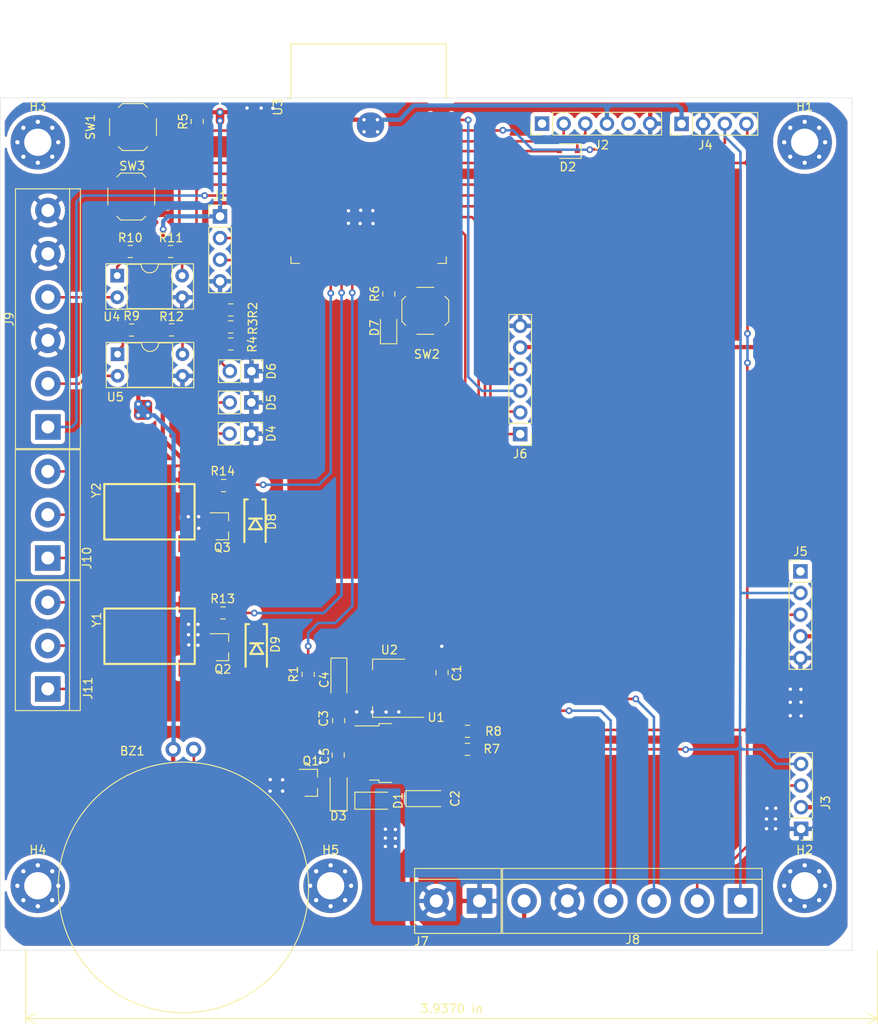
<source format=kicad_pcb>
(kicad_pcb (version 20171130) (host pcbnew "(5.1.5)-3")
  (layers (0 F.Cu signal) (31 B.Cu signal) (34 B.Paste user) (35 F.Paste user) (36 B.SilkS user) (37 F.SilkS user) (38 B.Mask user) (39 F.Mask user) (44 Edge.Cuts user))
  (net 0 "")
  (net 1 "Net-(BZ1-Pad2)")
  (net 2 +12V)
  (net 3 GND)
  (net 4 +5V)
  (net 5 +3V3)
  (net 6 /PS)
  (net 7 /TX)
  (net 8 "Net-(D2-Pad1)")
  (net 9 "Net-(D4-Pad2)")
  (net 10 "Net-(D5-Pad2)")
  (net 11 "Net-(D6-Pad2)")
  (net 12 "Net-(D7-Pad2)")
  (net 13 "Net-(D8-Pad2)")
  (net 14 "Net-(D9-Pad2)")
  (net 15 /Echo)
  (net 16 /Trig)
  (net 17 "Net-(J2-Pad5)")
  (net 18 /RX)
  (net 19 "Net-(J2-Pad1)")
  (net 20 /SCL)
  (net 21 /SDA)
  (net 22 "Net-(J5-Pad1)")
  (net 23 /MISO)
  (net 24 /MOSI)
  (net 25 /SCK)
  (net 26 /CS)
  (net 27 /RX2)
  (net 28 /TX2)
  (net 29 /OP2)
  (net 30 /GPIO)
  (net 31 /OP1)
  (net 32 /NO1)
  (net 33 /COM1)
  (net 34 /NC1)
  (net 35 /NO2)
  (net 36 /COM2)
  (net 37 /NC2)
  (net 38 "Net-(Q1-Pad1)")
  (net 39 "Net-(Q2-Pad1)")
  (net 40 "Net-(Q3-Pad1)")
  (net 41 /Buz)
  (net 42 /L1)
  (net 43 /L2)
  (net 44 /L3)
  (net 45 /EN)
  (net 46 /L4)
  (net 47 "Net-(R9-Pad1)")
  (net 48 "Net-(R10-Pad1)")
  (net 49 /D2)
  (net 50 /D1)
  (net 51 /Ry2)
  (net 52 /Ry1)
  (net 53 /GPIO0)
  (net 54 /Pb)
  (net 55 "Net-(U3-Pad32)")
  (net 56 "Net-(U3-Pad24)")
  (net 57 "Net-(U3-Pad22)")
  (net 58 "Net-(U3-Pad20)")
  (net 59 "Net-(U3-Pad19)")
  (net 60 "Net-(U3-Pad5)")
  (net 61 "Net-(U3-Pad4)")
  (net 62 "Net-(Y1-Pad4)")
  (net 63 "Net-(Y1-Pad7)")
  (net 64 "Net-(Y2-Pad4)")
  (net 65 "Net-(Y2-Pad7)")
  (net 66 "Net-(U3-Pad26)")
  (net 67 "Net-(U3-Pad23)")
  (module MountingHole:MountingHole_3.2mm_M3_Pad_Via (layer F.Cu) (at 55.79 92.426)
    (fp_text reference H5 (at 0 -4.2) (layer F.SilkS))
    (fp_text value MountingHole)
    (pad 1 thru_hole circle (at 1.697056 -1.697056) (size 0.8 0.8) (drill 0.5) (layers *.Cu *.Mask))
    (pad 1 thru_hole circle (at 0 -2.4) (size 0.8 0.8) (drill 0.5) (layers *.Cu *.Mask))
    (pad 1 thru_hole circle (at -1.697056 -1.697056) (size 0.8 0.8) (drill 0.5) (layers *.Cu *.Mask))
    (pad 1 thru_hole circle (at -2.4 0) (size 0.8 0.8) (drill 0.5) (layers *.Cu *.Mask))
    (pad 1 thru_hole circle (at -1.697056 1.697056) (size 0.8 0.8) (drill 0.5) (layers *.Cu *.Mask))
    (pad 1 thru_hole circle (at 0 2.4) (size 0.8 0.8) (drill 0.5) (layers *.Cu *.Mask))
    (pad 1 thru_hole circle (at 1.697056 1.697056) (size 0.8 0.8) (drill 0.5) (layers *.Cu *.Mask))
    (pad 1 thru_hole circle (at 2.4 0) (size 0.8 0.8) (drill 0.5) (layers *.Cu *.Mask))
    (pad 1 thru_hole circle (at 0 0) (size 6.4 6.4) (drill 3.2) (layers *.Cu *.Mask))
  )
  (module MountingHole:MountingHole_3.2mm_M3_Pad_Via (layer F.Cu) (at 21.416 92.426)
    (fp_text reference H4 (at 0 -4.2) (layer F.SilkS))
    (fp_text value MountingHole)
    (pad 1 thru_hole circle (at 1.697056 -1.697056) (size 0.8 0.8) (drill 0.5) (layers *.Cu *.Mask))
    (pad 1 thru_hole circle (at 0 -2.4) (size 0.8 0.8) (drill 0.5) (layers *.Cu *.Mask))
    (pad 1 thru_hole circle (at -1.697056 -1.697056) (size 0.8 0.8) (drill 0.5) (layers *.Cu *.Mask))
    (pad 1 thru_hole circle (at -2.4 0) (size 0.8 0.8) (drill 0.5) (layers *.Cu *.Mask))
    (pad 1 thru_hole circle (at -1.697056 1.697056) (size 0.8 0.8) (drill 0.5) (layers *.Cu *.Mask))
    (pad 1 thru_hole circle (at 0 2.4) (size 0.8 0.8) (drill 0.5) (layers *.Cu *.Mask))
    (pad 1 thru_hole circle (at 1.697056 1.697056) (size 0.8 0.8) (drill 0.5) (layers *.Cu *.Mask))
    (pad 1 thru_hole circle (at 2.4 0) (size 0.8 0.8) (drill 0.5) (layers *.Cu *.Mask))
    (pad 1 thru_hole circle (at 0 0) (size 6.4 6.4) (drill 3.2) (layers *.Cu *.Mask))
  )
  (module Connector_PinHeader_2.54mm:PinHeader_1x02_P2.54mm_Vertical (layer F.Cu) (at 46.497 32.055 270)
    (fp_text reference D6 (at 0 -2.33 90) (layer F.SilkS))
    (fp_text value LED)
    (pad 2 thru_hole oval (at 0 2.54 270) (size 1.7 1.7) (drill 1) (layers *.Cu *.Mask) (net 11 "Net-(D6-Pad2)"))
    (pad 1 thru_hole rect (at 0 0 270) (size 1.7 1.7) (drill 1) (layers *.Cu *.Mask) (net 3 GND))
  )
  (module Connector_PinHeader_2.54mm:PinHeader_1x02_P2.54mm_Vertical (layer F.Cu) (at 46.486 35.725 270)
    (fp_text reference D5 (at 0 -2.33 90) (layer F.SilkS))
    (fp_text value LED)
    (pad 2 thru_hole oval (at 0 2.54 270) (size 1.7 1.7) (drill 1) (layers *.Cu *.Mask) (net 10 "Net-(D5-Pad2)"))
    (pad 1 thru_hole rect (at 0 0 270) (size 1.7 1.7) (drill 1) (layers *.Cu *.Mask) (net 3 GND))
  )
  (module Connector_PinHeader_2.54mm:PinHeader_1x02_P2.54mm_Vertical (layer F.Cu) (at 46.467 39.381 270)
    (fp_text reference D4 (at 0 -2.33 90) (layer F.SilkS))
    (fp_text value LED)
    (pad 2 thru_hole oval (at 0 2.54 270) (size 1.7 1.7) (drill 1) (layers *.Cu *.Mask) (net 9 "Net-(D4-Pad2)"))
    (pad 1 thru_hole rect (at 0 0 270) (size 1.7 1.7) (drill 1) (layers *.Cu *.Mask) (net 3 GND))
  )
  (module MountingHole:MountingHole_3.2mm_M3_Pad_Via (layer F.Cu) (at 21.416 5.2)
    (fp_text reference H3 (at 0 -4.2) (layer F.SilkS))
    (fp_text value MountingHole)
    (pad 1 thru_hole circle (at 1.697056 -1.697056) (size 0.8 0.8) (drill 0.5) (layers *.Cu *.Mask))
    (pad 1 thru_hole circle (at 0 -2.4) (size 0.8 0.8) (drill 0.5) (layers *.Cu *.Mask))
    (pad 1 thru_hole circle (at -1.697056 -1.697056) (size 0.8 0.8) (drill 0.5) (layers *.Cu *.Mask))
    (pad 1 thru_hole circle (at -2.4 0) (size 0.8 0.8) (drill 0.5) (layers *.Cu *.Mask))
    (pad 1 thru_hole circle (at -1.697056 1.697056) (size 0.8 0.8) (drill 0.5) (layers *.Cu *.Mask))
    (pad 1 thru_hole circle (at 0 2.4) (size 0.8 0.8) (drill 0.5) (layers *.Cu *.Mask))
    (pad 1 thru_hole circle (at 1.697056 1.697056) (size 0.8 0.8) (drill 0.5) (layers *.Cu *.Mask))
    (pad 1 thru_hole circle (at 2.4 0) (size 0.8 0.8) (drill 0.5) (layers *.Cu *.Mask))
    (pad 1 thru_hole circle (at 0 0) (size 6.4 6.4) (drill 3.2) (layers *.Cu *.Mask))
  )
  (module MountingHole:MountingHole_3.2mm_M3_Pad_Via (layer F.Cu) (at 111.44 92.426)
    (fp_text reference H2 (at 0 -4.2) (layer F.SilkS))
    (fp_text value MountingHole)
    (pad 1 thru_hole circle (at 1.697056 -1.697056) (size 0.8 0.8) (drill 0.5) (layers *.Cu *.Mask))
    (pad 1 thru_hole circle (at 0 -2.4) (size 0.8 0.8) (drill 0.5) (layers *.Cu *.Mask))
    (pad 1 thru_hole circle (at -1.697056 -1.697056) (size 0.8 0.8) (drill 0.5) (layers *.Cu *.Mask))
    (pad 1 thru_hole circle (at -2.4 0) (size 0.8 0.8) (drill 0.5) (layers *.Cu *.Mask))
    (pad 1 thru_hole circle (at -1.697056 1.697056) (size 0.8 0.8) (drill 0.5) (layers *.Cu *.Mask))
    (pad 1 thru_hole circle (at 0 2.4) (size 0.8 0.8) (drill 0.5) (layers *.Cu *.Mask))
    (pad 1 thru_hole circle (at 1.697056 1.697056) (size 0.8 0.8) (drill 0.5) (layers *.Cu *.Mask))
    (pad 1 thru_hole circle (at 2.4 0) (size 0.8 0.8) (drill 0.5) (layers *.Cu *.Mask))
    (pad 1 thru_hole circle (at 0 0) (size 6.4 6.4) (drill 3.2) (layers *.Cu *.Mask))
  )
  (module MountingHole:MountingHole_3.2mm_M3_Pad_Via (layer F.Cu) (at 111.44 5.2)
    (fp_text reference H1 (at 0 -4.2) (layer F.SilkS))
    (fp_text value MountingHole)
    (pad 1 thru_hole circle (at 1.697056 -1.697056) (size 0.8 0.8) (drill 0.5) (layers *.Cu *.Mask))
    (pad 1 thru_hole circle (at 0 -2.4) (size 0.8 0.8) (drill 0.5) (layers *.Cu *.Mask))
    (pad 1 thru_hole circle (at -1.697056 -1.697056) (size 0.8 0.8) (drill 0.5) (layers *.Cu *.Mask))
    (pad 1 thru_hole circle (at -2.4 0) (size 0.8 0.8) (drill 0.5) (layers *.Cu *.Mask))
    (pad 1 thru_hole circle (at -1.697056 1.697056) (size 0.8 0.8) (drill 0.5) (layers *.Cu *.Mask))
    (pad 1 thru_hole circle (at 0 2.4) (size 0.8 0.8) (drill 0.5) (layers *.Cu *.Mask))
    (pad 1 thru_hole circle (at 1.697056 1.697056) (size 0.8 0.8) (drill 0.5) (layers *.Cu *.Mask))
    (pad 1 thru_hole circle (at 2.4 0) (size 0.8 0.8) (drill 0.5) (layers *.Cu *.Mask))
    (pad 1 thru_hole circle (at 0 0) (size 6.4 6.4) (drill 3.2) (layers *.Cu *.Mask))
  )
  (module Connector_PinHeader_2.54mm:PinHeader_1x05_P2.54mm_Vertical (layer F.Cu) (at 110.942 55.542)
    (fp_text reference J5 (at 0 -2.33) (layer F.SilkS))
    (fp_text value DS1307)
    (pad 5 thru_hole oval (at 0 10.16) (size 1.7 1.7) (drill 1) (layers *.Cu *.Mask) (net 3 GND))
    (pad 4 thru_hole oval (at 0 7.62) (size 1.7 1.7) (drill 1) (layers *.Cu *.Mask) (net 4 +5V))
    (pad 3 thru_hole oval (at 0 5.08) (size 1.7 1.7) (drill 1) (layers *.Cu *.Mask) (net 21 /SDA))
    (pad 2 thru_hole oval (at 0 2.54) (size 1.7 1.7) (drill 1) (layers *.Cu *.Mask) (net 20 /SCL))
    (pad 1 thru_hole rect (at 0 0) (size 1.7 1.7) (drill 1) (layers *.Cu *.Mask) (net 22 "Net-(J5-Pad1)"))
  )
  (module LED_SMD:LED_0805_2012Metric_Pad1.15x1.40mm_HandSolder (layer F.Cu) (at 62.593 26.981 90)
    (fp_text reference D7 (at 0 -1.65 90) (layer F.SilkS))
    (fp_text value LED)
    (pad 2 smd roundrect (at 1.025 0 90) (size 1.15 1.4) (layers F.Cu F.Paste F.Mask) (roundrect_rratio 0.217391) (net 12 "Net-(D7-Pad2)"))
    (pad 1 smd roundrect (at -1.025 0 90) (size 1.15 1.4) (layers F.Cu F.Paste F.Mask) (roundrect_rratio 0.217391) (net 3 GND))
  )
  (module agroin:UD2-3NU (layer F.Cu) (at 39.818 45.3 270)
    (fp_text reference Y2 (at 0.735 11.537 270) (layer F.SilkS))
    (fp_text value UD2-3NU)
    (pad 4 smd rect (at 7 9.1) (size 0.8 2) (layers F.Cu F.Paste F.Mask) (net 64 "Net-(Y2-Pad4)"))
    (pad 3 smd rect (at 7 6.9) (size 0.8 2) (layers F.Cu F.Paste F.Mask) (net 33 /COM1))
    (pad 2 smd rect (at 7 4.7) (size 0.8 2) (layers F.Cu F.Paste F.Mask) (net 34 /NC1))
    (pad 1 smd rect (at 7 1.5) (size 0.8 2) (layers F.Cu F.Paste F.Mask) (net 13 "Net-(D8-Pad2)"))
    (pad 5 smd rect (at -0.5 9.1) (size 0.8 2) (layers F.Cu F.Paste F.Mask) (net 32 /NO1))
    (pad 6 smd rect (at -0.5 6.9) (size 0.8 2) (layers F.Cu F.Paste F.Mask) (net 33 /COM1))
    (pad 7 smd rect (at -0.5 4.7) (size 0.8 2) (layers F.Cu F.Paste F.Mask) (net 65 "Net-(Y2-Pad7)"))
    (pad 8 smd rect (at -0.5 1.5) (size 0.8 2) (layers F.Cu F.Paste F.Mask) (net 5 +3V3))
  )
  (module agroin:UD2-3NU (layer F.Cu) (at 39.835 59.902 270)
    (fp_text reference Y1 (at 1.313 11.509 90) (layer F.SilkS))
    (fp_text value UD2-3NU)
    (pad 4 smd rect (at 7 9.1) (size 0.8 2) (layers F.Cu F.Paste F.Mask) (net 62 "Net-(Y1-Pad4)"))
    (pad 3 smd rect (at 7 6.9) (size 0.8 2) (layers F.Cu F.Paste F.Mask) (net 36 /COM2))
    (pad 2 smd rect (at 7 4.7) (size 0.8 2) (layers F.Cu F.Paste F.Mask) (net 37 /NC2))
    (pad 1 smd rect (at 7 1.5) (size 0.8 2) (layers F.Cu F.Paste F.Mask) (net 14 "Net-(D9-Pad2)"))
    (pad 5 smd rect (at -0.5 9.1) (size 0.8 2) (layers F.Cu F.Paste F.Mask) (net 35 /NO2))
    (pad 6 smd rect (at -0.5 6.9) (size 0.8 2) (layers F.Cu F.Paste F.Mask) (net 36 /COM2))
    (pad 7 smd rect (at -0.5 4.7) (size 0.8 2) (layers F.Cu F.Paste F.Mask) (net 63 "Net-(Y1-Pad7)"))
    (pad 8 smd rect (at -0.5 1.5) (size 0.8 2) (layers F.Cu F.Paste F.Mask) (net 5 +3V3))
  )
  (module Package_DIP:DIP-4_W7.62mm_Socket (layer F.Cu) (at 30.777 30.064)
    (fp_text reference U5 (at -0.261 5.026 180) (layer F.SilkS))
    (fp_text value LTV-817)
    (pad 4 thru_hole oval (at 7.62 0) (size 1.6 1.6) (drill 0.8) (layers *.Cu *.Mask) (net 50 /D1))
    (pad 2 thru_hole oval (at 0 2.54) (size 1.6 1.6) (drill 0.8) (layers *.Cu *.Mask) (net 31 /OP1))
    (pad 3 thru_hole oval (at 7.62 2.54) (size 1.6 1.6) (drill 0.8) (layers *.Cu *.Mask) (net 3 GND))
    (pad 1 thru_hole rect (at 0 0) (size 1.6 1.6) (drill 0.8) (layers *.Cu *.Mask) (net 47 "Net-(R9-Pad1)"))
  )
  (module Package_DIP:DIP-4_W7.62mm_Socket (layer F.Cu) (at 30.736 20.846)
    (fp_text reference U4 (at -0.632 4.825) (layer F.SilkS))
    (fp_text value LTV-817)
    (pad 4 thru_hole oval (at 7.62 0) (size 1.6 1.6) (drill 0.8) (layers *.Cu *.Mask) (net 49 /D2))
    (pad 2 thru_hole oval (at 0 2.54) (size 1.6 1.6) (drill 0.8) (layers *.Cu *.Mask) (net 29 /OP2))
    (pad 3 thru_hole oval (at 7.62 2.54) (size 1.6 1.6) (drill 0.8) (layers *.Cu *.Mask) (net 3 GND))
    (pad 1 thru_hole rect (at 0 0) (size 1.6 1.6) (drill 0.8) (layers *.Cu *.Mask) (net 48 "Net-(R10-Pad1)"))
  )
  (module RF_Module:ESP32-WROOM-32 (layer F.Cu) (at 60.248 9.534)
    (fp_text reference U3 (at -10.65 -8.45 90) (layer F.SilkS))
    (fp_text value ESP32-WROOM-32)
    (pad 38 smd rect (at 8.5 -8.255) (size 2 0.9) (layers F.Cu F.Paste F.Mask) (net 3 GND))
    (pad 37 smd rect (at 8.5 -6.985) (size 2 0.9) (layers F.Cu F.Paste F.Mask) (net 24 /MOSI))
    (pad 36 smd rect (at 8.5 -5.715) (size 2 0.9) (layers F.Cu F.Paste F.Mask) (net 20 /SCL))
    (pad 35 smd rect (at 8.5 -4.445) (size 2 0.9) (layers F.Cu F.Paste F.Mask) (net 18 /RX))
    (pad 34 smd rect (at 8.5 -3.175) (size 2 0.9) (layers F.Cu F.Paste F.Mask) (net 7 /TX))
    (pad 33 smd rect (at 8.5 -1.905) (size 2 0.9) (layers F.Cu F.Paste F.Mask) (net 21 /SDA))
    (pad 32 smd rect (at 8.5 -0.635) (size 2 0.9) (layers F.Cu F.Paste F.Mask) (net 55 "Net-(U3-Pad32)"))
    (pad 31 smd rect (at 8.5 0.635) (size 2 0.9) (layers F.Cu F.Paste F.Mask) (net 23 /MISO))
    (pad 30 smd rect (at 8.5 1.905) (size 2 0.9) (layers F.Cu F.Paste F.Mask) (net 25 /SCK))
    (pad 29 smd rect (at 8.5 3.175) (size 2 0.9) (layers F.Cu F.Paste F.Mask) (net 26 /CS))
    (pad 28 smd rect (at 8.5 4.445) (size 2 0.9) (layers F.Cu F.Paste F.Mask) (net 27 /RX2))
    (pad 27 smd rect (at 8.5 5.715) (size 2 0.9) (layers F.Cu F.Paste F.Mask) (net 28 /TX2))
    (pad 26 smd rect (at 8.5 6.985) (size 2 0.9) (layers F.Cu F.Paste F.Mask) (net 66 "Net-(U3-Pad26)"))
    (pad 25 smd rect (at 8.5 8.255) (size 2 0.9) (layers F.Cu F.Paste F.Mask) (net 53 /GPIO0))
    (pad 24 smd rect (at 5.715 9.255 90) (size 2 0.9) (layers F.Cu F.Paste F.Mask) (net 56 "Net-(U3-Pad24)"))
    (pad 23 smd rect (at 4.445 9.255 90) (size 2 0.9) (layers F.Cu F.Paste F.Mask) (net 67 "Net-(U3-Pad23)"))
    (pad 22 smd rect (at 3.175 9.255 90) (size 2 0.9) (layers F.Cu F.Paste F.Mask) (net 57 "Net-(U3-Pad22)"))
    (pad 21 smd rect (at 1.905 9.255 90) (size 2 0.9) (layers F.Cu F.Paste F.Mask) (net 46 /L4))
    (pad 20 smd rect (at 0.635 9.255 90) (size 2 0.9) (layers F.Cu F.Paste F.Mask) (net 58 "Net-(U3-Pad20)"))
    (pad 19 smd rect (at -0.635 9.255 90) (size 2 0.9) (layers F.Cu F.Paste F.Mask) (net 59 "Net-(U3-Pad19)"))
    (pad 18 smd rect (at -1.905 9.255 90) (size 2 0.9) (layers F.Cu F.Paste F.Mask) (net 41 /Buz))
    (pad 17 smd rect (at -3.175 9.255 90) (size 2 0.9) (layers F.Cu F.Paste F.Mask) (net 51 /Ry2))
    (pad 16 smd rect (at -4.445 9.255 90) (size 2 0.9) (layers F.Cu F.Paste F.Mask) (net 52 /Ry1))
    (pad 15 smd rect (at -5.715 9.255 90) (size 2 0.9) (layers F.Cu F.Paste F.Mask) (net 3 GND))
    (pad 14 smd rect (at -8.5 8.255) (size 2 0.9) (layers F.Cu F.Paste F.Mask) (net 44 /L3))
    (pad 13 smd rect (at -8.5 6.985) (size 2 0.9) (layers F.Cu F.Paste F.Mask) (net 43 /L2))
    (pad 12 smd rect (at -8.5 5.715) (size 2 0.9) (layers F.Cu F.Paste F.Mask) (net 42 /L1))
    (pad 11 smd rect (at -8.5 4.445) (size 2 0.9) (layers F.Cu F.Paste F.Mask) (net 15 /Echo))
    (pad 10 smd rect (at -8.5 3.175) (size 2 0.9) (layers F.Cu F.Paste F.Mask) (net 16 /Trig))
    (pad 9 smd rect (at -8.5 1.905) (size 2 0.9) (layers F.Cu F.Paste F.Mask) (net 30 /GPIO))
    (pad 8 smd rect (at -8.5 0.635) (size 2 0.9) (layers F.Cu F.Paste F.Mask) (net 50 /D1))
    (pad 7 smd rect (at -8.5 -0.635) (size 2 0.9) (layers F.Cu F.Paste F.Mask) (net 49 /D2))
    (pad 6 smd rect (at -8.5 -1.905) (size 2 0.9) (layers F.Cu F.Paste F.Mask) (net 54 /Pb))
    (pad 5 smd rect (at -8.5 -3.175) (size 2 0.9) (layers F.Cu F.Paste F.Mask) (net 60 "Net-(U3-Pad5)"))
    (pad 4 smd rect (at -8.5 -4.445) (size 2 0.9) (layers F.Cu F.Paste F.Mask) (net 61 "Net-(U3-Pad4)"))
    (pad 3 smd rect (at -8.5 -5.715) (size 2 0.9) (layers F.Cu F.Paste F.Mask) (net 45 /EN))
    (pad 2 smd rect (at -8.5 -6.985) (size 2 0.9) (layers F.Cu F.Paste F.Mask) (net 5 +3V3))
    (pad 1 smd rect (at -8.5 -8.255) (size 2 0.9) (layers F.Cu F.Paste F.Mask) (net 3 GND))
    (pad 39 smd rect (at -1 -0.755) (size 5 5) (layers F.Cu F.Paste F.Mask) (net 3 GND))
  )
  (module Package_TO_SOT_SMD:SOT-223 (layer F.Cu) (at 62.622 69.251 180)
    (fp_text reference U2 (at -0.063 4.495) (layer F.SilkS))
    (fp_text value AP2114H-3.3TRG1)
    (pad 1 smd rect (at -3.15 -2.3 180) (size 2 1.5) (layers F.Cu F.Paste F.Mask) (net 3 GND))
    (pad 3 smd rect (at -3.15 2.3 180) (size 2 1.5) (layers F.Cu F.Paste F.Mask) (net 4 +5V))
    (pad 2 smd rect (at -3.15 0 180) (size 2 1.5) (layers F.Cu F.Paste F.Mask) (net 5 +3V3))
    (pad 4 smd rect (at 3.15 0 180) (size 2 3.8) (layers F.Cu F.Paste F.Mask) (net 5 +3V3))
  )
  (module Package_TO_SOT_SMD:TO-252-2 (layer F.Cu) (at 63.934 76.851)
    (fp_text reference U1 (at 4.238 -4.167) (layer F.SilkS))
    (fp_text value AZ1084CD-5.0TRG1)
    (pad 2 smd rect (at 2.1 0) (size 6.4 5.8) (layers F.Cu F.Mask) (net 4 +5V))
    (pad 3 smd rect (at -4.2 2.28) (size 2.2 1.2) (layers F.Cu F.Paste F.Mask) (net 2 +12V))
    (pad 1 smd rect (at -4.2 -2.28) (size 2.2 1.2) (layers F.Cu F.Paste F.Mask) (net 3 GND))
  )
  (module Button_Switch_SMD:SW_SPST_TL3342 (layer F.Cu) (at 32.387 11.573 180)
    (fp_text reference SW3 (at -0.108 3.591) (layer F.SilkS))
    (fp_text value Extra)
    (pad 2 smd rect (at 3.15 1.9 180) (size 1.7 1) (layers F.Cu F.Paste F.Mask) (net 54 /Pb))
    (pad 2 smd rect (at -3.15 1.9 180) (size 1.7 1) (layers F.Cu F.Paste F.Mask) (net 54 /Pb))
    (pad 1 smd rect (at 3.15 -1.9 180) (size 1.7 1) (layers F.Cu F.Paste F.Mask) (net 3 GND))
    (pad 1 smd rect (at -3.15 -1.9 180) (size 1.7 1) (layers F.Cu F.Paste F.Mask) (net 3 GND))
  )
  (module Button_Switch_SMD:SW_SPST_TL3342 (layer F.Cu) (at 66.906 24.974 90)
    (fp_text reference SW2 (at -5.096 0.18 180) (layer F.SilkS))
    (fp_text value BOOT)
    (pad 2 smd rect (at 3.15 1.9 90) (size 1.7 1) (layers F.Cu F.Paste F.Mask) (net 53 /GPIO0))
    (pad 2 smd rect (at -3.15 1.9 90) (size 1.7 1) (layers F.Cu F.Paste F.Mask) (net 53 /GPIO0))
    (pad 1 smd rect (at 3.15 -1.9 90) (size 1.7 1) (layers F.Cu F.Paste F.Mask) (net 3 GND))
    (pad 1 smd rect (at -3.15 -1.9 90) (size 1.7 1) (layers F.Cu F.Paste F.Mask) (net 3 GND))
  )
  (module Button_Switch_SMD:SW_SPST_TL3342 (layer F.Cu) (at 32.59 3.415)
    (fp_text reference SW1 (at -4.999 -0.012 90) (layer F.SilkS))
    (fp_text value RST)
    (pad 2 smd rect (at 3.15 1.9) (size 1.7 1) (layers F.Cu F.Paste F.Mask) (net 45 /EN))
    (pad 2 smd rect (at -3.15 1.9) (size 1.7 1) (layers F.Cu F.Paste F.Mask) (net 45 /EN))
    (pad 1 smd rect (at 3.15 -1.9) (size 1.7 1) (layers F.Cu F.Paste F.Mask) (net 3 GND))
    (pad 1 smd rect (at -3.15 -1.9) (size 1.7 1) (layers F.Cu F.Paste F.Mask) (net 3 GND))
  )
  (module Resistor_SMD:R_0805_2012Metric_Pad1.15x1.40mm_HandSolder (layer F.Cu) (at 43.225 45.478)
    (fp_text reference R14 (at -0.099 -1.7 180) (layer F.SilkS))
    (fp_text value 1k)
    (pad 2 smd roundrect (at 1.025 0) (size 1.15 1.4) (layers F.Cu F.Paste F.Mask) (roundrect_rratio 0.217391) (net 52 /Ry1))
    (pad 1 smd roundrect (at -1.025 0) (size 1.15 1.4) (layers F.Cu F.Paste F.Mask) (roundrect_rratio 0.217391) (net 40 "Net-(Q3-Pad1)"))
  )
  (module Resistor_SMD:R_0805_2012Metric_Pad1.15x1.40mm_HandSolder (layer F.Cu) (at 43.155 60.415)
    (fp_text reference R13 (at -0.043 -1.656) (layer F.SilkS))
    (fp_text value 1k)
    (pad 2 smd roundrect (at 1.025 0) (size 1.15 1.4) (layers F.Cu F.Paste F.Mask) (roundrect_rratio 0.217391) (net 51 /Ry2))
    (pad 1 smd roundrect (at -1.025 0) (size 1.15 1.4) (layers F.Cu F.Paste F.Mask) (roundrect_rratio 0.217391) (net 39 "Net-(Q2-Pad1)"))
  )
  (module Resistor_SMD:R_0805_2012Metric_Pad1.15x1.40mm_HandSolder (layer F.Cu) (at 37.112 27.209 180)
    (fp_text reference R12 (at 0 1.55) (layer F.SilkS))
    (fp_text value 10K)
    (pad 2 smd roundrect (at 1.025 0 180) (size 1.15 1.4) (layers F.Cu F.Paste F.Mask) (roundrect_rratio 0.217391) (net 5 +3V3))
    (pad 1 smd roundrect (at -1.025 0 180) (size 1.15 1.4) (layers F.Cu F.Paste F.Mask) (roundrect_rratio 0.217391) (net 50 /D1))
  )
  (module Resistor_SMD:R_0805_2012Metric_Pad1.15x1.40mm_HandSolder (layer F.Cu) (at 37.004 18.015 180)
    (fp_text reference R11 (at -0.05 1.6) (layer F.SilkS))
    (fp_text value 10K)
    (pad 2 smd roundrect (at 1.025 0 180) (size 1.15 1.4) (layers F.Cu F.Paste F.Mask) (roundrect_rratio 0.217391) (net 5 +3V3))
    (pad 1 smd roundrect (at -1.025 0 180) (size 1.15 1.4) (layers F.Cu F.Paste F.Mask) (roundrect_rratio 0.217391) (net 49 /D2))
  )
  (module Resistor_SMD:R_0805_2012Metric_Pad1.15x1.40mm_HandSolder (layer F.Cu) (at 32.27 18.015)
    (fp_text reference R10 (at 0 -1.6) (layer F.SilkS))
    (fp_text value 2.2k)
    (pad 2 smd roundrect (at 1.025 0) (size 1.15 1.4) (layers F.Cu F.Paste F.Mask) (roundrect_rratio 0.217391) (net 2 +12V))
    (pad 1 smd roundrect (at -1.025 0) (size 1.15 1.4) (layers F.Cu F.Paste F.Mask) (roundrect_rratio 0.217391) (net 48 "Net-(R10-Pad1)"))
  )
  (module Resistor_SMD:R_0805_2012Metric_Pad1.15x1.40mm_HandSolder (layer F.Cu) (at 32.421 27.23)
    (fp_text reference R9 (at 0 -1.65) (layer F.SilkS))
    (fp_text value 2.2k)
    (pad 2 smd roundrect (at 1.025 0) (size 1.15 1.4) (layers F.Cu F.Paste F.Mask) (roundrect_rratio 0.217391) (net 2 +12V))
    (pad 1 smd roundrect (at -1.025 0) (size 1.15 1.4) (layers F.Cu F.Paste F.Mask) (roundrect_rratio 0.217391) (net 47 "Net-(R9-Pad1)"))
  )
  (module Resistor_SMD:R_0805_2012Metric_Pad1.15x1.40mm_HandSolder (layer F.Cu) (at 71.851 74.303)
    (fp_text reference R8 (at 3.051 0.007) (layer F.SilkS))
    (fp_text value 3.3k)
    (pad 2 smd roundrect (at 1.025 0) (size 1.15 1.4) (layers F.Cu F.Paste F.Mask) (roundrect_rratio 0.217391) (net 21 /SDA))
    (pad 1 smd roundrect (at -1.025 0) (size 1.15 1.4) (layers F.Cu F.Paste F.Mask) (roundrect_rratio 0.217391) (net 5 +3V3))
  )
  (module Resistor_SMD:R_0805_2012Metric_Pad1.15x1.40mm_HandSolder (layer F.Cu) (at 71.844 76.416)
    (fp_text reference R7 (at 2.86 -0.036) (layer F.SilkS))
    (fp_text value 3.3k)
    (pad 2 smd roundrect (at 1.025 0) (size 1.15 1.4) (layers F.Cu F.Paste F.Mask) (roundrect_rratio 0.217391) (net 20 /SCL))
    (pad 1 smd roundrect (at -1.025 0) (size 1.15 1.4) (layers F.Cu F.Paste F.Mask) (roundrect_rratio 0.217391) (net 5 +3V3))
  )
  (module Resistor_SMD:R_0805_2012Metric_Pad1.15x1.40mm_HandSolder (layer F.Cu) (at 62.618 22.996 270)
    (fp_text reference R6 (at -0.022 1.661 90) (layer F.SilkS))
    (fp_text value 330)
    (pad 2 smd roundrect (at 1.025 0 270) (size 1.15 1.4) (layers F.Cu F.Paste F.Mask) (roundrect_rratio 0.217391) (net 12 "Net-(D7-Pad2)"))
    (pad 1 smd roundrect (at -1.025 0 270) (size 1.15 1.4) (layers F.Cu F.Paste F.Mask) (roundrect_rratio 0.217391) (net 46 /L4))
  )
  (module Resistor_SMD:R_0805_2012Metric_Pad1.15x1.40mm_HandSolder (layer F.Cu) (at 40.121 2.763 90)
    (fp_text reference R5 (at 0 -1.65 90) (layer F.SilkS))
    (fp_text value 10K)
    (pad 2 smd roundrect (at 1.025 0 90) (size 1.15 1.4) (layers F.Cu F.Paste F.Mask) (roundrect_rratio 0.217391) (net 5 +3V3))
    (pad 1 smd roundrect (at -1.025 0 90) (size 1.15 1.4) (layers F.Cu F.Paste F.Mask) (roundrect_rratio 0.217391) (net 45 /EN))
  )
  (module Resistor_SMD:R_0805_2012Metric_Pad1.15x1.40mm_HandSolder (layer F.Cu) (at 44.061 28.865 180)
    (fp_text reference R4 (at -2.529 -0.038 270) (layer F.SilkS))
    (fp_text value 330)
    (pad 2 smd roundrect (at 1.025 0 180) (size 1.15 1.4) (layers F.Cu F.Paste F.Mask) (roundrect_rratio 0.217391) (net 11 "Net-(D6-Pad2)"))
    (pad 1 smd roundrect (at -1.025 0 180) (size 1.15 1.4) (layers F.Cu F.Paste F.Mask) (roundrect_rratio 0.217391) (net 44 /L3))
  )
  (module Resistor_SMD:R_0805_2012Metric_Pad1.15x1.40mm_HandSolder (layer F.Cu) (at 44.068 26.866 180)
    (fp_text reference R3 (at -2.601 0.034 270) (layer F.SilkS))
    (fp_text value 330)
    (pad 2 smd roundrect (at 1.025 0 180) (size 1.15 1.4) (layers F.Cu F.Paste F.Mask) (roundrect_rratio 0.217391) (net 10 "Net-(D5-Pad2)"))
    (pad 1 smd roundrect (at -1.025 0 180) (size 1.15 1.4) (layers F.Cu F.Paste F.Mask) (roundrect_rratio 0.217391) (net 43 /L2))
  )
  (module Resistor_SMD:R_0805_2012Metric_Pad1.15x1.40mm_HandSolder (layer F.Cu) (at 44.073 24.872 180)
    (fp_text reference R2 (at -2.585 -0.033 270) (layer F.SilkS))
    (fp_text value 330)
    (pad 2 smd roundrect (at 1.025 0 180) (size 1.15 1.4) (layers F.Cu F.Paste F.Mask) (roundrect_rratio 0.217391) (net 9 "Net-(D4-Pad2)"))
    (pad 1 smd roundrect (at -1.025 0 180) (size 1.15 1.4) (layers F.Cu F.Paste F.Mask) (roundrect_rratio 0.217391) (net 42 /L1))
  )
  (module Resistor_SMD:R_0805_2012Metric_Pad1.15x1.40mm_HandSolder (layer F.Cu) (at 53.153 67.625 90)
    (fp_text reference R1 (at 0.026 -1.714 90) (layer F.SilkS))
    (fp_text value 1k)
    (pad 2 smd roundrect (at 1.025 0 90) (size 1.15 1.4) (layers F.Cu F.Paste F.Mask) (roundrect_rratio 0.217391) (net 41 /Buz))
    (pad 1 smd roundrect (at -1.025 0 90) (size 1.15 1.4) (layers F.Cu F.Paste F.Mask) (roundrect_rratio 0.217391) (net 38 "Net-(Q1-Pad1)"))
  )
  (module Package_TO_SOT_SMD:SOT-23 (layer F.Cu) (at 43.049 50.253)
    (fp_text reference Q3 (at 0.02 2.489) (layer F.SilkS))
    (fp_text value MMBT2222A)
    (pad 3 smd rect (at 1 0) (size 0.9 0.8) (layers F.Cu F.Paste F.Mask) (net 13 "Net-(D8-Pad2)"))
    (pad 2 smd rect (at -1 0.95) (size 0.9 0.8) (layers F.Cu F.Paste F.Mask) (net 3 GND))
    (pad 1 smd rect (at -1 -0.95) (size 0.9 0.8) (layers F.Cu F.Paste F.Mask) (net 40 "Net-(Q3-Pad1)"))
  )
  (module Package_TO_SOT_SMD:SOT-23 (layer F.Cu) (at 43.057 64.438)
    (fp_text reference Q2 (at 0.076 2.589) (layer F.SilkS))
    (fp_text value MMBT2222A)
    (pad 3 smd rect (at 1 0) (size 0.9 0.8) (layers F.Cu F.Paste F.Mask) (net 14 "Net-(D9-Pad2)"))
    (pad 2 smd rect (at -1 0.95) (size 0.9 0.8) (layers F.Cu F.Paste F.Mask) (net 3 GND))
    (pad 1 smd rect (at -1 -0.95) (size 0.9 0.8) (layers F.Cu F.Paste F.Mask) (net 39 "Net-(Q2-Pad1)"))
  )
  (module Package_TO_SOT_SMD:SOT-23 (layer F.Cu) (at 53.491 80.347)
    (fp_text reference Q1 (at -0.013 -2.559 180) (layer F.SilkS))
    (fp_text value MMBT2222A)
    (pad 3 smd rect (at 1 0) (size 0.9 0.8) (layers F.Cu F.Paste F.Mask) (net 1 "Net-(BZ1-Pad2)"))
    (pad 2 smd rect (at -1 0.95) (size 0.9 0.8) (layers F.Cu F.Paste F.Mask) (net 3 GND))
    (pad 1 smd rect (at -1 -0.95) (size 0.9 0.8) (layers F.Cu F.Paste F.Mask) (net 38 "Net-(Q1-Pad1)"))
  )
  (module TerminalBlock:TerminalBlock_bornier-3_P5.08mm (layer F.Cu) (at 22.587 69.334 90)
    (fp_text reference J11 (at 0.072 4.71 90) (layer F.SilkS))
    (fp_text value Screw_Terminal_01x03)
    (pad 3 thru_hole circle (at 10.16 0 90) (size 3 3) (drill 1.52) (layers *.Cu *.Mask) (net 35 /NO2))
    (pad 2 thru_hole circle (at 5.08 0 90) (size 3 3) (drill 1.52) (layers *.Cu *.Mask) (net 36 /COM2))
    (pad 1 thru_hole rect (at 0 0 90) (size 3 3) (drill 1.52) (layers *.Cu *.Mask) (net 37 /NC2))
  )
  (module TerminalBlock:TerminalBlock_bornier-3_P5.08mm (layer F.Cu) (at 22.587 53.973 90)
    (fp_text reference J10 (at -0.009 4.588 90) (layer F.SilkS))
    (fp_text value Screw_Terminal_01x03)
    (pad 3 thru_hole circle (at 10.16 0 90) (size 3 3) (drill 1.52) (layers *.Cu *.Mask) (net 32 /NO1))
    (pad 2 thru_hole circle (at 5.08 0 90) (size 3 3) (drill 1.52) (layers *.Cu *.Mask) (net 33 /COM1))
    (pad 1 thru_hole rect (at 0 0 90) (size 3 3) (drill 1.52) (layers *.Cu *.Mask) (net 34 /NC1))
  )
  (module TerminalBlock:TerminalBlock_bornier-6_P5.08mm (layer F.Cu) (at 22.6 38.6 90)
    (fp_text reference J9 (at 12.65 -4.55 90) (layer F.SilkS))
    (fp_text value Screw_Terminal_01x11)
    (pad 6 thru_hole circle (at 25.4 0 90) (size 3 3) (drill 1.52) (layers *.Cu *.Mask) (net 3 GND))
    (pad 5 thru_hole circle (at 20.32 0 90) (size 3 3) (drill 1.52) (layers *.Cu *.Mask) (net 3 GND))
    (pad 4 thru_hole circle (at 15.24 0 90) (size 3 3) (drill 1.52) (layers *.Cu *.Mask) (net 29 /OP2))
    (pad 1 thru_hole rect (at 0 0 90) (size 3 3) (drill 1.52) (layers *.Cu *.Mask) (net 30 /GPIO))
    (pad 3 thru_hole circle (at 10.16 0 90) (size 3 3) (drill 1.52) (layers *.Cu *.Mask) (net 3 GND))
    (pad 2 thru_hole circle (at 5.08 0 90) (size 3 3) (drill 1.52) (layers *.Cu *.Mask) (net 31 /OP1))
  )
  (module TerminalBlock:TerminalBlock_bornier-6_P5.08mm (layer F.Cu) (at 103.905 94.202 180)
    (fp_text reference J8 (at 12.65 -4.55) (layer F.SilkS))
    (fp_text value Screw_Terminal_01x11)
    (pad 6 thru_hole circle (at 25.4 0 180) (size 3 3) (drill 1.52) (layers *.Cu *.Mask) (net 4 +5V))
    (pad 5 thru_hole circle (at 20.32 0 180) (size 3 3) (drill 1.52) (layers *.Cu *.Mask) (net 3 GND))
    (pad 4 thru_hole circle (at 15.24 0 180) (size 3 3) (drill 1.52) (layers *.Cu *.Mask) (net 28 /TX2))
    (pad 1 thru_hole rect (at 0 0 180) (size 3 3) (drill 1.52) (layers *.Cu *.Mask) (net 20 /SCL))
    (pad 3 thru_hole circle (at 10.16 0 180) (size 3 3) (drill 1.52) (layers *.Cu *.Mask) (net 27 /RX2))
    (pad 2 thru_hole circle (at 5.08 0 180) (size 3 3) (drill 1.52) (layers *.Cu *.Mask) (net 21 /SDA))
  )
  (module TerminalBlock:TerminalBlock_bornier-2_P5.08mm (layer F.Cu) (at 73.267 94.207 180)
    (fp_text reference J7 (at 6.825 -4.75) (layer F.SilkS))
    (fp_text value Screw_Terminal_01x02)
    (pad 2 thru_hole circle (at 5.08 0 180) (size 3 3) (drill 1.52) (layers *.Cu *.Mask) (net 6 /PS))
    (pad 1 thru_hole rect (at 0 0 180) (size 3 3) (drill 1.52) (layers *.Cu *.Mask) (net 3 GND))
  )
  (module Connector_PinHeader_2.54mm:PinHeader_1x06_P2.54mm_Vertical (layer F.Cu) (at 78.044 39.434 180)
    (fp_text reference J6 (at 0 -2.33) (layer F.SilkS))
    (fp_text value SD)
    (pad 6 thru_hole oval (at 0 12.7 180) (size 1.7 1.7) (drill 1) (layers *.Cu *.Mask) (net 3 GND))
    (pad 5 thru_hole oval (at 0 10.16 180) (size 1.7 1.7) (drill 1) (layers *.Cu *.Mask) (net 4 +5V))
    (pad 4 thru_hole oval (at 0 7.62 180) (size 1.7 1.7) (drill 1) (layers *.Cu *.Mask) (net 23 /MISO))
    (pad 3 thru_hole oval (at 0 5.08 180) (size 1.7 1.7) (drill 1) (layers *.Cu *.Mask) (net 24 /MOSI))
    (pad 2 thru_hole oval (at 0 2.54 180) (size 1.7 1.7) (drill 1) (layers *.Cu *.Mask) (net 25 /SCK))
    (pad 1 thru_hole rect (at 0 0 180) (size 1.7 1.7) (drill 1) (layers *.Cu *.Mask) (net 26 /CS))
  )
  (module Connector_PinHeader_2.54mm:PinHeader_1x04_P2.54mm_Vertical (layer F.Cu) (at 96.985 3.037 90)
    (fp_text reference J4 (at -2.5 2.8 180) (layer F.SilkS))
    (fp_text value MLX90614)
    (pad 4 thru_hole oval (at 0 7.62 90) (size 1.7 1.7) (drill 1) (layers *.Cu *.Mask) (net 21 /SDA))
    (pad 3 thru_hole oval (at 0 5.08 90) (size 1.7 1.7) (drill 1) (layers *.Cu *.Mask) (net 20 /SCL))
    (pad 2 thru_hole oval (at 0 2.54 90) (size 1.7 1.7) (drill 1) (layers *.Cu *.Mask) (net 3 GND))
    (pad 1 thru_hole rect (at 0 0 90) (size 1.7 1.7) (drill 1) (layers *.Cu *.Mask) (net 5 +3V3))
  )
  (module Connector_PinHeader_2.54mm:PinHeader_1x04_P2.54mm_Vertical (layer F.Cu) (at 111.018 85.749 180)
    (fp_text reference J3 (at -2.887 3.055 270) (layer F.SilkS))
    (fp_text value LCD)
    (pad 4 thru_hole oval (at 0 7.62 180) (size 1.7 1.7) (drill 1) (layers *.Cu *.Mask) (net 20 /SCL))
    (pad 3 thru_hole oval (at 0 5.08 180) (size 1.7 1.7) (drill 1) (layers *.Cu *.Mask) (net 21 /SDA))
    (pad 2 thru_hole oval (at 0 2.54 180) (size 1.7 1.7) (drill 1) (layers *.Cu *.Mask) (net 4 +5V))
    (pad 1 thru_hole rect (at 0 0 180) (size 1.7 1.7) (drill 1) (layers *.Cu *.Mask) (net 3 GND))
  )
  (module Connector_PinHeader_2.54mm:PinHeader_1x06_P2.54mm_Vertical (layer F.Cu) (at 80.608 3.017 90)
    (fp_text reference J2 (at -2.5 7) (layer F.SilkS))
    (fp_text value FTDI)
    (pad 6 thru_hole oval (at 0 12.7 90) (size 1.7 1.7) (drill 1) (layers *.Cu *.Mask) (net 3 GND))
    (pad 5 thru_hole oval (at 0 10.16 90) (size 1.7 1.7) (drill 1) (layers *.Cu *.Mask) (net 17 "Net-(J2-Pad5)"))
    (pad 4 thru_hole oval (at 0 7.62 90) (size 1.7 1.7) (drill 1) (layers *.Cu *.Mask) (net 5 +3V3))
    (pad 3 thru_hole oval (at 0 5.08 90) (size 1.7 1.7) (drill 1) (layers *.Cu *.Mask) (net 8 "Net-(D2-Pad1)"))
    (pad 2 thru_hole oval (at 0 2.54 90) (size 1.7 1.7) (drill 1) (layers *.Cu *.Mask) (net 18 /RX))
    (pad 1 thru_hole rect (at 0 0 90) (size 1.7 1.7) (drill 1) (layers *.Cu *.Mask) (net 19 "Net-(J2-Pad1)"))
  )
  (module Connector_PinHeader_2.54mm:PinHeader_1x04_P2.54mm_Vertical (layer F.Cu) (at 42.807 13.896)
    (fp_text reference J1 (at -0.019 -2.422) (layer F.SilkS))
    (fp_text value HC-SR04)
    (pad 4 thru_hole oval (at 0 7.62) (size 1.7 1.7) (drill 1) (layers *.Cu *.Mask) (net 3 GND))
    (pad 3 thru_hole oval (at 0 5.08) (size 1.7 1.7) (drill 1) (layers *.Cu *.Mask) (net 15 /Echo))
    (pad 2 thru_hole oval (at 0 2.54) (size 1.7 1.7) (drill 1) (layers *.Cu *.Mask) (net 16 /Trig))
    (pad 1 thru_hole rect (at 0 0) (size 1.7 1.7) (drill 1) (layers *.Cu *.Mask) (net 5 +3V3))
  )
  (module agroin:F4007 (layer F.Cu) (at 47.109 62.73 270)
    (fp_text reference D9 (at 1.388 -2.19 90) (layer F.SilkS))
    (fp_text value FM4007W-W)
    (pad 2 smd rect (at 3.76 0 270) (size 1.6 1.7) (layers F.Cu F.Paste F.Mask) (net 14 "Net-(D9-Pad2)"))
    (pad 1 smd rect (at 0 0 270) (size 1.6 1.7) (layers F.Cu F.Paste F.Mask) (net 5 +3V3))
  )
  (module agroin:F4007 (layer F.Cu) (at 46.962 48.101 270)
    (fp_text reference D8 (at 1.603 -1.895 270) (layer F.SilkS))
    (fp_text value FM4007W-W)
    (pad 2 smd rect (at 3.76 0 270) (size 1.6 1.7) (layers F.Cu F.Paste F.Mask) (net 13 "Net-(D8-Pad2)"))
    (pad 1 smd rect (at 0 0 270) (size 1.6 1.7) (layers F.Cu F.Paste F.Mask) (net 5 +3V3))
  )
  (module Diode_SMD:D_SOD-123F (layer F.Cu) (at 56.729 81.406 90)
    (fp_text reference D3 (at -2.828 -0.028) (layer F.SilkS))
    (fp_text value SS24FL)
    (pad 2 smd rect (at 1.4 0 90) (size 1.1 1.1) (layers F.Cu F.Paste F.Mask) (net 1 "Net-(BZ1-Pad2)"))
    (pad 1 smd rect (at -1.4 0 90) (size 1.1 1.1) (layers F.Cu F.Paste F.Mask) (net 2 +12V))
  )
  (module Diode_SMD:D_SOD-323 (layer F.Cu) (at 83.701 6.242 180)
    (fp_text reference D2 (at 0.067 -1.844 180) (layer F.SilkS))
    (fp_text value 1N4148)
    (pad 2 smd rect (at 1.05 0 180) (size 0.6 0.45) (layers F.Cu F.Paste F.Mask) (net 7 /TX))
    (pad 1 smd rect (at -1.05 0 180) (size 0.6 0.45) (layers F.Cu F.Paste F.Mask) (net 8 "Net-(D2-Pad1)"))
  )
  (module Diode_SMD:D_SOD-123F (layer F.Cu) (at 60.83 82.445)
    (fp_text reference D1 (at 2.893 -0.002 90) (layer F.SilkS))
    (fp_text value SS24FL)
    (pad 2 smd rect (at 1.4 0) (size 1.1 1.1) (layers F.Cu F.Paste F.Mask) (net 6 /PS))
    (pad 1 smd rect (at -1.4 0) (size 1.1 1.1) (layers F.Cu F.Paste F.Mask) (net 2 +12V))
  )
  (module Capacitor_SMD:C_0805_2012Metric_Pad1.15x1.40mm_HandSolder (layer F.Cu) (at 56.673 77.101 270)
    (fp_text reference C5 (at 0.106 1.595 90) (layer F.SilkS))
    (fp_text value 0.1uF)
    (pad 2 smd roundrect (at 1.025 0 270) (size 1.15 1.4) (layers F.Cu F.Paste F.Mask) (roundrect_rratio 0.217391) (net 3 GND))
    (pad 1 smd roundrect (at -1.025 0 270) (size 1.15 1.4) (layers F.Cu F.Paste F.Mask) (roundrect_rratio 0.217391) (net 5 +3V3))
  )
  (module Capacitor_Tantalum_SMD:CP_EIA-3216-18_Kemet-A_Pad1.58x1.35mm_HandSolder (layer F.Cu) (at 56.759 68.191 270)
    (fp_text reference C4 (at 0.073 1.722 270) (layer F.SilkS))
    (fp_text value 100uf)
    (pad 2 smd roundrect (at 1.4375 0 270) (size 1.575 1.35) (layers F.Cu F.Paste F.Mask) (roundrect_rratio 0.185185) (net 3 GND))
    (pad 1 smd roundrect (at -1.4375 0 270) (size 1.575 1.35) (layers F.Cu F.Paste F.Mask) (roundrect_rratio 0.185185) (net 5 +3V3))
  )
  (module Capacitor_SMD:C_0805_2012Metric_Pad1.15x1.40mm_HandSolder (layer F.Cu) (at 56.727 73.056 90)
    (fp_text reference C3 (at 0.255 -1.761 90) (layer F.SilkS))
    (fp_text value 0.1uf)
    (pad 2 smd roundrect (at 1.025 0 90) (size 1.15 1.4) (layers F.Cu F.Paste F.Mask) (roundrect_rratio 0.217391) (net 3 GND))
    (pad 1 smd roundrect (at -1.025 0 90) (size 1.15 1.4) (layers F.Cu F.Paste F.Mask) (roundrect_rratio 0.217391) (net 5 +3V3))
  )
  (module Capacitor_Tantalum_SMD:CP_EIA-3216-18_Kemet-A_Pad1.58x1.35mm_HandSolder (layer F.Cu) (at 67.1205 82.201)
    (fp_text reference C2 (at 3.2845 0 90) (layer F.SilkS))
    (fp_text value 100uf)
    (pad 2 smd roundrect (at 1.4375 0) (size 1.575 1.35) (layers F.Cu F.Paste F.Mask) (roundrect_rratio 0.185185) (net 3 GND))
    (pad 1 smd roundrect (at -1.4375 0) (size 1.575 1.35) (layers F.Cu F.Paste F.Mask) (roundrect_rratio 0.185185) (net 4 +5V))
  )
  (module Capacitor_SMD:C_0805_2012Metric_Pad1.15x1.40mm_HandSolder (layer F.Cu) (at 68.868 67.432 90)
    (fp_text reference C1 (at -0.053 1.719 90) (layer F.SilkS))
    (fp_text value 0.1uf)
    (pad 2 smd roundrect (at 1.025 0 90) (size 1.15 1.4) (layers F.Cu F.Paste F.Mask) (roundrect_rratio 0.217391) (net 3 GND))
    (pad 1 smd roundrect (at -1.025 0 90) (size 1.15 1.4) (layers F.Cu F.Paste F.Mask) (roundrect_rratio 0.217391) (net 4 +5V))
  )
  (module agroin:Buzzer (layer F.Cu) (at 38.505 92.622)
    (fp_text reference BZ1 (at -6 -16) (layer F.SilkS))
    (fp_text value Buzzer)
    (pad 2 thru_hole circle (at 1.2 -16.2) (size 1.8 1.8) (drill 1) (layers *.Cu *.Mask) (net 1 "Net-(BZ1-Pad2)"))
    (pad 1 thru_hole circle (at -1.2 -16.2) (size 1.8 1.8) (drill 1) (layers *.Cu *.Mask) (net 2 +12V))
  )
  (gr_line (start 117 0) (end 17 0) (layer Edge.Cuts) (width 0.05))
  (gr_line (start 117 100) (end 117 0) (layer Edge.Cuts) (width 0.05))
  (gr_line (start 17 100) (end 117 100) (layer Edge.Cuts) (width 0.05))
  (gr_line (start 17 0) (end 17 100) (layer Edge.Cuts) (width 0.05))
  (dimension 100 (width 0.12) (layer F.SilkS) (gr_text "100.000 mm" (at 70 109.27) (layer F.SilkS) (effects (font (size 1 1) (thickness 0.15)))) (feature1 (pts (xy 120 100) (xy 120 108.586421))) (feature2 (pts (xy 20 100) (xy 20 108.586421))) (crossbar (pts (xy 20 108) (xy 120 108))) (arrow1a (pts (xy 120 108) (xy 118.873496 108.586421))) (arrow1b (pts (xy 120 108) (xy 118.873496 107.413579))) (arrow2a (pts (xy 20 108) (xy 21.126504 108.586421))) (arrow2b (pts (xy 20 108) (xy 21.126504 107.413579))))
  (segment (start 54.492 80.348) (end 54.491 80.347) (width 0.3) (layer F.Cu) (net 1))
  (segment (start 56.729 80.006) (end 56.387 80.348) (width 0.3) (layer F.Cu) (net 1))
  (segment (start 56.387 80.348) (end 54.492 80.348) (width 0.3) (layer F.Cu) (net 1))
  (segment (start 54.491 82.115) (end 54.491 80.347) (width 0.3) (layer F.Cu) (net 1))
  (segment (start 39.734 76.816) (end 39.734 82.849) (width 0.3) (layer F.Cu) (net 1))
  (segment (start 39.734 82.849) (end 39.797 82.912) (width 0.3) (layer F.Cu) (net 1))
  (segment (start 39.306 76.388) (end 39.734 76.816) (width 0.3) (layer F.Cu) (net 1))
  (segment (start 39.797 82.912) (end 53.694 82.912) (width 0.3) (layer F.Cu) (net 1))
  (segment (start 53.694 82.912) (end 54.491 82.115) (width 0.3) (layer F.Cu) (net 1))
  (segment (start 33.446 18.166) (end 33.295 18.015) (width 0.5) (layer F.Cu) (net 2))
  (segment (start 33.446 27.23) (end 33.446 18.166) (width 0.5) (layer F.Cu) (net 2))
  (via (at 33.202 37.224) (size 0.8) (drill 0.4) (layers F.Cu B.Cu) (net 2))
  (via (at 33.221 35.929) (size 0.8) (drill 0.4) (layers F.Cu B.Cu) (net 2))
  (via (at 34.348 35.929) (size 0.8) (drill 0.4) (layers F.Cu B.Cu) (net 2))
  (via (at 34.334 37.256) (size 0.8) (drill 0.4) (layers F.Cu B.Cu) (net 2))
  (segment (start 33.789999 36.328999) (end 34.163 36.702) (width 0.5) (layer F.Cu) (net 2))
  (segment (start 33.620999 36.328999) (end 33.789999 36.328999) (width 0.5) (layer F.Cu) (net 2))
  (segment (start 33.221 35.929) (end 33.620999 36.328999) (width 0.5) (layer F.Cu) (net 2))
  (segment (start 34.348 35.929) (end 34.163 36.702) (width 0.5) (layer F.Cu) (net 2))
  (segment (start 34.163 36.702) (end 34.348 37.242) (width 0.5) (layer F.Cu) (net 2))
  (segment (start 34.348 37.242) (end 34.334 37.256) (width 0.5) (layer F.Cu) (net 2))
  (segment (start 34.348 35.929) (end 34.348 37.242) (width 0.5) (layer F.Cu) (net 2))
  (segment (start 33.202 37.224) (end 33.202 37.075) (width 0.5) (layer F.Cu) (net 2))
  (segment (start 33.221 36.494685) (end 33.613315 36.887) (width 0.5) (layer F.Cu) (net 2))
  (segment (start 33.221 35.929) (end 33.221 36.494685) (width 0.5) (layer F.Cu) (net 2))
  (segment (start 33.613315 36.887) (end 33.668 36.887) (width 0.5) (layer F.Cu) (net 2))
  (segment (start 33.202 37.075) (end 33.668 36.887) (width 0.5) (layer F.Cu) (net 2))
  (segment (start 33.668 36.887) (end 34.348 35.929) (width 0.5) (layer F.Cu) (net 2))
  (segment (start 33.221 36.143) (end 34.334 37.256) (width 1) (layer B.Cu) (net 2))
  (segment (start 33.221 35.929) (end 33.221 36.143) (width 1) (layer B.Cu) (net 2))
  (segment (start 33.221 37.205) (end 33.202 37.224) (width 1) (layer F.Cu) (net 2))
  (segment (start 33.221 35.929) (end 33.221 37.205) (width 1) (layer F.Cu) (net 2))
  (segment (start 33.221 35.929) (end 34.348 35.929) (width 1) (layer F.Cu) (net 2))
  (segment (start 33.234 37.256) (end 33.202 37.224) (width 1) (layer F.Cu) (net 2))
  (segment (start 34.334 37.256) (end 33.234 37.256) (width 1) (layer F.Cu) (net 2))
  (segment (start 34.334 35.943) (end 34.348 35.929) (width 1) (layer F.Cu) (net 2))
  (segment (start 34.334 37.256) (end 34.334 35.943) (width 1) (layer F.Cu) (net 2))
  (segment (start 33.221 27.455) (end 33.446 27.23) (width 0.5) (layer F.Cu) (net 2))
  (segment (start 33.221 35.929) (end 33.221 27.455) (width 0.5) (layer F.Cu) (net 2))
  (segment (start 59.447 82.428) (end 59.43 82.445) (width 0.5) (layer F.Cu) (net 2))
  (segment (start 59.734 79.131) (end 59.447 79.418) (width 0.5) (layer F.Cu) (net 2))
  (segment (start 59.447 79.418) (end 59.447 82.428) (width 0.5) (layer F.Cu) (net 2))
  (segment (start 59.255 82.62) (end 59.43 82.445) (width 0.5) (layer F.Cu) (net 2))
  (segment (start 56.729 82.806) (end 56.915 82.62) (width 0.5) (layer F.Cu) (net 2))
  (segment (start 56.915 82.62) (end 59.255 82.62) (width 0.5) (layer F.Cu) (net 2))
  (segment (start 56.429 84.421) (end 38.514 84.421) (width 0.5) (layer F.Cu) (net 2))
  (segment (start 56.729 82.806) (end 56.729 84.121) (width 0.5) (layer F.Cu) (net 2))
  (segment (start 38.514 84.421) (end 37.304 83.211) (width 0.5) (layer F.Cu) (net 2))
  (segment (start 56.729 84.121) (end 56.429 84.421) (width 0.5) (layer F.Cu) (net 2))
  (segment (start 37.305 83.21) (end 37.305 76.422) (width 0.5) (layer F.Cu) (net 2))
  (segment (start 37.304 83.211) (end 37.305 83.21) (width 0.5) (layer F.Cu) (net 2))
  (segment (start 33.212 37.234) (end 33.202 37.224) (width 0.5) (layer B.Cu) (net 2))
  (segment (start 35.096 37.234) (end 33.212 37.234) (width 0.5) (layer B.Cu) (net 2))
  (segment (start 37.351 39.489) (end 35.096 37.234) (width 0.5) (layer B.Cu) (net 2))
  (segment (start 36.906 76.388) (end 37.351 75.943) (width 0.5) (layer B.Cu) (net 2))
  (segment (start 37.351 75.943) (end 37.351 39.489) (width 0.5) (layer B.Cu) (net 2))
  (via (at 68.838 64.33) (size 0.8) (drill 0.4) (layers F.Cu B.Cu) (net 3))
  (segment (start 68.868 66.407) (end 68.868 64.36) (width 0.5) (layer F.Cu) (net 3))
  (segment (start 68.868 64.36) (end 68.838 64.33) (width 0.5) (layer F.Cu) (net 3))
  (segment (start 64.272 71.551) (end 65.772 71.551) (width 0.5) (layer F.Cu) (net 3))
  (segment (start 63.792 72.031) (end 64.272 71.551) (width 0.5) (layer F.Cu) (net 3))
  (segment (start 59.734 72.172) (end 59.704 72.142) (width 0.5) (layer F.Cu) (net 3))
  (segment (start 59.734 74.571) (end 59.734 72.172) (width 0.5) (layer F.Cu) (net 3))
  (via (at 63.792 72.031) (size 0.8) (drill 0.4) (layers F.Cu B.Cu) (net 3))
  (via (at 54.554 77.991) (size 0.8) (drill 0.4) (layers F.Cu B.Cu) (net 3))
  (segment (start 56.673 78.126) (end 54.689 78.126) (width 0.5) (layer F.Cu) (net 3))
  (segment (start 54.689 78.126) (end 54.554 77.991) (width 0.5) (layer F.Cu) (net 3))
  (via (at 54.537 76.777) (size 0.8) (drill 0.4) (layers F.Cu B.Cu) (net 3))
  (via (at 110.992 69.385) (size 0.8) (drill 0.4) (layers F.Cu B.Cu) (net 3))
  (segment (start 110.942 65.702) (end 110.942 69.335) (width 0.5) (layer F.Cu) (net 3))
  (segment (start 110.942 69.335) (end 110.992 69.385) (width 0.5) (layer F.Cu) (net 3))
  (segment (start 110.992 69.385) (end 110.992 70.858) (width 0.5) (layer B.Cu) (net 3))
  (via (at 111.013 70.879) (size 0.8) (drill 0.4) (layers F.Cu B.Cu) (net 3))
  (segment (start 110.992 70.858) (end 111.013 70.879) (width 0.5) (layer B.Cu) (net 3))
  (via (at 111.034 72.5) (size 0.8) (drill 0.4) (layers F.Cu B.Cu) (net 3))
  (segment (start 111.013 70.879) (end 111.013 72.479) (width 0.5) (layer F.Cu) (net 3))
  (segment (start 111.013 72.479) (end 111.034 72.5) (width 0.5) (layer F.Cu) (net 3))
  (via (at 109.75 72.479) (size 0.8) (drill 0.4) (layers F.Cu B.Cu) (net 3))
  (segment (start 111.034 72.5) (end 109.771 72.5) (width 0.5) (layer B.Cu) (net 3))
  (segment (start 109.771 72.5) (end 109.75 72.479) (width 0.5) (layer B.Cu) (net 3))
  (via (at 109.75 70.9) (size 0.8) (drill 0.4) (layers F.Cu B.Cu) (net 3))
  (segment (start 109.75 72.479) (end 109.75 70.9) (width 0.5) (layer F.Cu) (net 3))
  (via (at 109.75 69.364) (size 0.8) (drill 0.4) (layers F.Cu B.Cu) (net 3))
  (segment (start 109.75 70.9) (end 109.75 69.364) (width 0.5) (layer B.Cu) (net 3))
  (via (at 108.026 85.732) (size 0.8) (drill 0.4) (layers F.Cu B.Cu) (net 3))
  (segment (start 111.018 85.749) (end 108.043 85.749) (width 0.5) (layer F.Cu) (net 3))
  (segment (start 108.043 85.749) (end 108.026 85.732) (width 0.5) (layer F.Cu) (net 3))
  (via (at 106.961 85.732) (size 0.8) (drill 0.4) (layers F.Cu B.Cu) (net 3))
  (segment (start 108.026 85.732) (end 106.961 85.732) (width 0.5) (layer B.Cu) (net 3))
  (via (at 106.951 84.595) (size 0.8) (drill 0.4) (layers F.Cu B.Cu) (net 3))
  (segment (start 106.961 85.732) (end 106.961 84.605) (width 0.5) (layer F.Cu) (net 3))
  (segment (start 106.961 84.605) (end 106.951 84.595) (width 0.5) (layer F.Cu) (net 3))
  (via (at 108.026 84.595) (size 0.8) (drill 0.4) (layers F.Cu B.Cu) (net 3))
  (segment (start 106.951 84.595) (end 108.026 84.595) (width 0.5) (layer B.Cu) (net 3))
  (segment (start 108.026 84.595) (end 108.026 83.712) (width 0.5) (layer F.Cu) (net 3))
  (segment (start 108.026 83.712) (end 108.006 83.692) (width 0.5) (layer F.Cu) (net 3))
  (via (at 108.048 83.333) (size 0.8) (drill 0.4) (layers F.Cu B.Cu) (net 3))
  (segment (start 108.026 84.595) (end 108.026 83.355) (width 0.5) (layer F.Cu) (net 3))
  (segment (start 108.026 83.355) (end 108.048 83.333) (width 0.5) (layer F.Cu) (net 3))
  (via (at 107.009 83.338) (size 0.8) (drill 0.4) (layers F.Cu B.Cu) (net 3))
  (segment (start 108.048 83.333) (end 107.014 83.333) (width 0.5) (layer B.Cu) (net 3))
  (segment (start 107.014 83.333) (end 107.009 83.338) (width 0.5) (layer B.Cu) (net 3))
  (via (at 40.215 64.207) (size 0.8) (drill 0.4) (layers F.Cu B.Cu) (net 3))
  (segment (start 42.057 65.388) (end 41.396 65.388) (width 0.5) (layer F.Cu) (net 3))
  (segment (start 41.396 65.388) (end 40.215 64.207) (width 0.5) (layer F.Cu) (net 3))
  (via (at 40.22 62.969) (size 0.8) (drill 0.4) (layers F.Cu B.Cu) (net 3))
  (via (at 40.22 61.756) (size 0.8) (drill 0.4) (layers F.Cu B.Cu) (net 3))
  (via (at 39.109 61.756) (size 0.8) (drill 0.4) (layers F.Cu B.Cu) (net 3))
  (via (at 39.109 62.969) (size 0.8) (drill 0.4) (layers F.Cu B.Cu) (net 3))
  (via (at 39.138 64.168) (size 0.8) (drill 0.4) (layers F.Cu B.Cu) (net 3))
  (segment (start 40.215 62.974) (end 40.22 62.969) (width 0.5) (layer F.Cu) (net 3))
  (segment (start 40.215 64.207) (end 40.215 62.974) (width 0.5) (layer F.Cu) (net 3))
  (segment (start 40.22 62.969) (end 40.22 61.756) (width 0.5) (layer F.Cu) (net 3))
  (segment (start 39.109 61.756) (end 39.109 62.969) (width 0.5) (layer F.Cu) (net 3))
  (segment (start 39.109 62.969) (end 39.109 64.139) (width 0.5) (layer F.Cu) (net 3))
  (segment (start 39.138 64.051) (end 40.22 62.969) (width 0.5) (layer F.Cu) (net 3))
  (segment (start 39.138 64.168) (end 39.138 64.051) (width 0.5) (layer F.Cu) (net 3))
  (segment (start 39.109 63.101) (end 40.215 64.207) (width 0.5) (layer F.Cu) (net 3))
  (segment (start 39.109 62.969) (end 39.109 63.101) (width 0.5) (layer F.Cu) (net 3))
  (segment (start 39.109 61.858) (end 40.22 62.969) (width 0.5) (layer F.Cu) (net 3))
  (segment (start 39.109 61.756) (end 39.109 61.858) (width 0.5) (layer F.Cu) (net 3))
  (segment (start 40.22 61.756) (end 40.22 61.858) (width 0.5) (layer F.Cu) (net 3))
  (segment (start 39.109 62.969) (end 40.22 62.969) (width 0.5) (layer F.Cu) (net 3))
  (segment (start 39.6585 62.4195) (end 39.6585 62.3055) (width 1) (layer F.Cu) (net 3))
  (segment (start 39.6585 62.3055) (end 39.109 61.756) (width 1) (layer F.Cu) (net 3))
  (segment (start 40.22 61.858) (end 39.6585 62.4195) (width 0.5) (layer F.Cu) (net 3))
  (segment (start 39.6585 62.4195) (end 39.109 62.969) (width 0.5) (layer F.Cu) (net 3))
  (segment (start 39.109 64.139) (end 39.138 64.168) (width 1) (layer F.Cu) (net 3))
  (segment (start 39.109 61.756) (end 39.109 64.139) (width 1) (layer F.Cu) (net 3))
  (segment (start 40.176 64.168) (end 40.215 64.207) (width 1) (layer F.Cu) (net 3))
  (segment (start 39.138 64.168) (end 40.176 64.168) (width 1) (layer F.Cu) (net 3))
  (segment (start 40.215 61.761) (end 40.22 61.756) (width 1) (layer F.Cu) (net 3))
  (segment (start 40.215 64.207) (end 40.215 61.761) (width 1) (layer F.Cu) (net 3))
  (segment (start 40.22 61.756) (end 39.109 61.756) (width 1) (layer F.Cu) (net 3))
  (segment (start 54.554 76.794) (end 54.537 76.777) (width 1) (layer F.Cu) (net 3))
  (segment (start 54.554 77.991) (end 54.554 76.794) (width 1) (layer F.Cu) (net 3))
  (via (at 40.307 50.491) (size 0.8) (drill 0.4) (layers F.Cu B.Cu) (net 3))
  (segment (start 42.049 51.203) (end 41.019 51.203) (width 1) (layer F.Cu) (net 3))
  (segment (start 41.019 51.203) (end 40.307 50.491) (width 1) (layer F.Cu) (net 3))
  (via (at 40.295 49.126) (size 0.8) (drill 0.4) (layers F.Cu B.Cu) (net 3))
  (via (at 39.077 49.126) (size 0.8) (drill 0.4) (layers F.Cu B.Cu) (net 3))
  (segment (start 40.295 49.126) (end 39.077 49.126) (width 1) (layer F.Cu) (net 3))
  (segment (start 39.077 49.261) (end 40.307 50.491) (width 1) (layer F.Cu) (net 3))
  (segment (start 39.077 49.126) (end 39.077 49.261) (width 1) (layer F.Cu) (net 3))
  (segment (start 40.295 50.479) (end 40.307 50.491) (width 1) (layer F.Cu) (net 3))
  (segment (start 40.295 49.126) (end 40.295 50.479) (width 1) (layer F.Cu) (net 3))
  (segment (start 56.759 71.999) (end 56.727 72.031) (width 1) (layer F.Cu) (net 3))
  (via (at 58.845 72.031) (size 0.8) (drill 0.4) (layers F.Cu B.Cu) (net 3))
  (segment (start 56.727 72.031) (end 58.845 72.031) (width 1) (layer F.Cu) (net 3))
  (via (at 60.673 72.044) (size 0.8) (drill 0.4) (layers F.Cu B.Cu) (net 3))
  (segment (start 58.845 72.031) (end 60.66 72.031) (width 1) (layer F.Cu) (net 3))
  (segment (start 60.66 72.031) (end 60.673 72.044) (width 1) (layer F.Cu) (net 3))
  (via (at 62.304 72.044) (size 0.8) (drill 0.4) (layers F.Cu B.Cu) (net 3))
  (segment (start 60.673 72.044) (end 62.304 72.044) (width 1) (layer F.Cu) (net 3))
  (segment (start 63.779 72.044) (end 63.792 72.031) (width 1) (layer F.Cu) (net 3))
  (segment (start 62.304 72.044) (end 63.779 72.044) (width 1) (layer F.Cu) (net 3))
  (segment (start 56.727 69.6605) (end 56.759 69.6285) (width 0.5) (layer F.Cu) (net 3))
  (segment (start 56.727 72.031) (end 56.727 69.6605) (width 0.5) (layer F.Cu) (net 3))
  (segment (start 52.491 81.297) (end 50.176 81.297) (width 0.5) (layer F.Cu) (net 3))
  (segment (start 50.176 81.297) (end 50.151 81.322) (width 0.5) (layer F.Cu) (net 3))
  (via (at 48.678 81.322) (size 0.8) (drill 0.4) (layers F.Cu B.Cu) (net 3))
  (segment (start 50.151 81.322) (end 48.678 81.322) (width 0.5) (layer F.Cu) (net 3))
  (segment (start 48.678 81.322) (end 48.678 79.992) (width 0.5) (layer F.Cu) (net 3))
  (via (at 48.696 79.974) (size 0.8) (drill 0.4) (layers F.Cu B.Cu) (net 3))
  (segment (start 48.678 79.992) (end 48.696 79.974) (width 0.5) (layer F.Cu) (net 3))
  (segment (start 50.151 80.097) (end 50.168 80.08) (width 0.5) (layer F.Cu) (net 3))
  (via (at 50.151 81.322) (size 0.8) (drill 0.4) (layers F.Cu B.Cu) (net 3))
  (via (at 50.154 79.997) (size 0.8) (drill 0.4) (layers F.Cu B.Cu) (net 3))
  (segment (start 50.151 80) (end 50.154 79.997) (width 0.5) (layer F.Cu) (net 3))
  (segment (start 50.151 81.322) (end 50.151 80) (width 0.5) (layer F.Cu) (net 3))
  (segment (start 50.154 79.997) (end 50.151 80.097) (width 0.5) (layer F.Cu) (net 3))
  (via (at 59.318 13.179) (size 0.8) (drill 0.4) (layers F.Cu B.Cu) (net 3))
  (segment (start 59.248 8.779) (end 59.248 13.109) (width 0.5) (layer F.Cu) (net 3))
  (segment (start 59.248 13.109) (end 59.318 13.179) (width 0.5) (layer F.Cu) (net 3))
  (via (at 60.744 13.222) (size 0.8) (drill 0.4) (layers F.Cu B.Cu) (net 3))
  (segment (start 59.318 13.179) (end 60.701 13.179) (width 0.5) (layer B.Cu) (net 3))
  (segment (start 60.701 13.179) (end 60.744 13.222) (width 0.5) (layer B.Cu) (net 3))
  (via (at 60.766 14.733) (size 0.8) (drill 0.4) (layers F.Cu B.Cu) (net 3))
  (segment (start 60.744 13.222) (end 60.744 14.711) (width 0.5) (layer F.Cu) (net 3))
  (segment (start 60.744 14.711) (end 60.766 14.733) (width 0.5) (layer F.Cu) (net 3))
  (via (at 59.254 14.733) (size 0.8) (drill 0.4) (layers F.Cu B.Cu) (net 3))
  (segment (start 60.766 14.733) (end 59.254 14.733) (width 0.5) (layer B.Cu) (net 3))
  (via (at 57.885 14.706) (size 0.8) (drill 0.4) (layers F.Cu B.Cu) (net 3))
  (segment (start 59.254 14.733) (end 57.912 14.733) (width 0.5) (layer F.Cu) (net 3))
  (segment (start 57.912 14.733) (end 57.885 14.706) (width 0.5) (layer F.Cu) (net 3))
  (via (at 57.882 13.237) (size 0.8) (drill 0.4) (layers F.Cu B.Cu) (net 3))
  (segment (start 57.885 14.706) (end 57.885 13.24) (width 0.5) (layer B.Cu) (net 3))
  (segment (start 57.885 13.24) (end 57.882 13.237) (width 0.5) (layer B.Cu) (net 3))
  (via (at 49.003 1.204) (size 0.8) (drill 0.4) (layers F.Cu B.Cu) (net 3))
  (segment (start 51.748 1.279) (end 49.078 1.279) (width 0.5) (layer F.Cu) (net 3))
  (segment (start 49.078 1.279) (end 49.003 1.204) (width 0.5) (layer F.Cu) (net 3))
  (segment (start 49.003 1.204) (end 47.657 1.204) (width 0.5) (layer B.Cu) (net 3))
  (via (at 47.639 1.186) (size 0.8) (drill 0.4) (layers F.Cu B.Cu) (net 3))
  (segment (start 47.657 1.204) (end 47.639 1.186) (width 0.5) (layer B.Cu) (net 3))
  (via (at 45.97 1.186) (size 0.8) (drill 0.4) (layers F.Cu B.Cu) (net 3))
  (segment (start 47.639 1.186) (end 45.97 1.186) (width 0.5) (layer F.Cu) (net 3))
  (segment (start 66.034 81.85) (end 65.683 82.201) (width 0.5) (layer F.Cu) (net 4))
  (segment (start 66.034 76.851) (end 66.034 81.85) (width 0.5) (layer F.Cu) (net 4))
  (segment (start 66.501 66.951) (end 65.772 66.951) (width 0.5) (layer F.Cu) (net 4))
  (segment (start 67.618 68.457) (end 68.868 68.457) (width 0.5) (layer F.Cu) (net 4))
  (segment (start 67.463 67.438) (end 67.463 68.302) (width 0.5) (layer F.Cu) (net 4))
  (segment (start 65.772 66.951) (end 66.976 66.951) (width 0.5) (layer F.Cu) (net 4))
  (segment (start 67.463 68.302) (end 67.618 68.457) (width 0.5) (layer F.Cu) (net 4))
  (segment (start 66.976 66.951) (end 67.463 67.438) (width 0.5) (layer F.Cu) (net 4))
  (segment (start 68.868 68.457) (end 68.868 71.04) (width 0.5) (layer F.Cu) (net 4))
  (segment (start 68.868 74.317) (end 68.868 68.457) (width 0.5) (layer F.Cu) (net 4))
  (segment (start 66.034 76.851) (end 66.334 76.851) (width 0.5) (layer F.Cu) (net 4))
  (segment (start 66.334 76.851) (end 68.868 74.317) (width 0.5) (layer F.Cu) (net 4))
  (segment (start 65.683 82.876) (end 65.326 83.233) (width 0.5) (layer F.Cu) (net 4))
  (segment (start 65.683 82.201) (end 65.683 82.876) (width 0.5) (layer F.Cu) (net 4))
  (segment (start 65.326 83.233) (end 65.326 96.822) (width 0.5) (layer F.Cu) (net 4))
  (segment (start 65.326 96.822) (end 66.545 98.041) (width 0.5) (layer F.Cu) (net 4))
  (segment (start 78.505 97.987) (end 78.473 98.019) (width 0.5) (layer F.Cu) (net 4))
  (segment (start 77.766592 98.020408) (end 78.508 97.279) (width 0.5) (layer F.Cu) (net 4))
  (segment (start 77.709408 98.020408) (end 77.766592 98.020408) (width 0.5) (layer F.Cu) (net 4))
  (segment (start 77.709408 98.020408) (end 78.473 98.019) (width 0.5) (layer F.Cu) (net 4))
  (segment (start 66.545 98.041) (end 77.709408 98.020408) (width 0.5) (layer F.Cu) (net 4))
  (segment (start 78.505 94.202) (end 78.508 97.279) (width 0.5) (layer F.Cu) (net 4))
  (segment (start 78.508 97.279) (end 78.505 97.987) (width 0.5) (layer F.Cu) (net 4))
  (segment (start 79.224403 97.995403) (end 78.508 97.279) (width 0.5) (layer F.Cu) (net 4))
  (segment (start 79.224403 98.019597) (end 79.224403 97.995403) (width 0.5) (layer F.Cu) (net 4))
  (segment (start 78.473 98.019) (end 79.224403 98.019597) (width 0.5) (layer F.Cu) (net 4))
  (segment (start 78.044 29.274) (end 78.085 29.233) (width 0.5) (layer F.Cu) (net 4))
  (segment (start 78.085 29.233) (end 112.484 29.233) (width 0.5) (layer F.Cu) (net 4))
  (segment (start 112.484 29.233) (end 113.401 30.15) (width 0.5) (layer F.Cu) (net 4))
  (segment (start 113.387 83.209) (end 113.405 83.227) (width 0.5) (layer F.Cu) (net 4))
  (segment (start 112.802 83.209) (end 113.417 82.594) (width 0.5) (layer F.Cu) (net 4))
  (segment (start 112.753 83.209) (end 112.802 83.209) (width 0.5) (layer F.Cu) (net 4))
  (segment (start 112.753 83.209) (end 113.387 83.209) (width 0.5) (layer F.Cu) (net 4))
  (segment (start 111.018 83.209) (end 112.753 83.209) (width 0.5) (layer F.Cu) (net 4))
  (segment (start 113.417 82.594) (end 113.405 83.227) (width 0.5) (layer F.Cu) (net 4))
  (segment (start 112.754 83.209) (end 113.43 83.885) (width 0.5) (layer F.Cu) (net 4))
  (segment (start 112.753 83.209) (end 112.754 83.209) (width 0.5) (layer F.Cu) (net 4))
  (segment (start 113.405 83.227) (end 113.43 83.885) (width 0.5) (layer F.Cu) (net 4))
  (segment (start 112.144081 63.162) (end 112.156081 63.15) (width 0.5) (layer F.Cu) (net 4))
  (segment (start 110.942 63.162) (end 112.144081 63.162) (width 0.5) (layer F.Cu) (net 4))
  (segment (start 112.985 63.15) (end 113.039 63.15) (width 0.5) (layer F.Cu) (net 4))
  (segment (start 113.434 62.755) (end 113.432 63.15) (width 0.5) (layer F.Cu) (net 4))
  (segment (start 113.039 63.15) (end 113.434 62.755) (width 0.5) (layer F.Cu) (net 4))
  (segment (start 112.156081 63.15) (end 112.985 63.15) (width 0.5) (layer F.Cu) (net 4))
  (segment (start 112.985 63.15) (end 113.432 63.15) (width 0.5) (layer F.Cu) (net 4))
  (segment (start 113.401 30.15) (end 113.434 62.755) (width 0.5) (layer F.Cu) (net 4))
  (segment (start 113.039 63.15) (end 113.039 63.299) (width 0.5) (layer F.Cu) (net 4))
  (segment (start 113.039 63.299) (end 113.428 63.688) (width 0.5) (layer F.Cu) (net 4))
  (segment (start 113.432 63.15) (end 113.428 63.688) (width 0.5) (layer F.Cu) (net 4))
  (segment (start 113.428 63.688) (end 113.417 82.594) (width 0.5) (layer F.Cu) (net 4))
  (segment (start 108.203 88.014) (end 106.798 89.419) (width 0.5) (layer F.Cu) (net 4))
  (segment (start 108.203 88) (end 108.203 88.014) (width 0.5) (layer F.Cu) (net 4))
  (segment (start 105.557403 98.019597) (end 79.224403 98.019597) (width 0.5) (layer F.Cu) (net 4))
  (segment (start 108.34 87.863) (end 108.203 88) (width 0.5) (layer F.Cu) (net 4))
  (segment (start 113.401 85.934) (end 113.395 85.94) (width 0.5) (layer F.Cu) (net 4))
  (segment (start 113.43 83.885) (end 113.401 85.934) (width 0.5) (layer F.Cu) (net 4))
  (segment (start 113.395 85.94) (end 113.395 87.064) (width 0.5) (layer F.Cu) (net 4))
  (segment (start 106.798 96.779) (end 105.557403 98.019597) (width 0.5) (layer F.Cu) (net 4))
  (segment (start 113.395 87.064) (end 112.596 87.863) (width 0.5) (layer F.Cu) (net 4))
  (segment (start 106.798 89.419) (end 106.798 96.779) (width 0.5) (layer F.Cu) (net 4))
  (segment (start 112.596 87.863) (end 108.34 87.863) (width 0.5) (layer F.Cu) (net 4))
  (segment (start 36.087 18.123) (end 35.979 18.015) (width 0.5) (layer F.Cu) (net 5))
  (segment (start 36.087 27.209) (end 36.087 18.123) (width 0.5) (layer F.Cu) (net 5))
  (segment (start 36.083 27.213) (end 36.087 27.209) (width 0.5) (layer F.Cu) (net 5))
  (via (at 42.805 1.671) (size 0.8) (drill 0.4) (layers F.Cu B.Cu) (net 5))
  (segment (start 42.807 13.896) (end 42.807 2.673) (width 0.5) (layer B.Cu) (net 5))
  (segment (start 42.792 1.684) (end 42.805 1.671) (width 0.5) (layer F.Cu) (net 5))
  (segment (start 40.121 1.738) (end 40.175 1.684) (width 0.5) (layer F.Cu) (net 5))
  (segment (start 40.175 1.684) (end 42.792 1.684) (width 0.5) (layer F.Cu) (net 5))
  (via (at 42.807 2.673) (size 0.8) (drill 0.4) (layers F.Cu B.Cu) (net 5))
  (segment (start 56.673 74.135) (end 56.727 74.081) (width 0.5) (layer F.Cu) (net 5))
  (segment (start 56.673 76.076) (end 56.673 74.135) (width 0.5) (layer F.Cu) (net 5))
  (segment (start 59.472 69.251) (end 65.772 69.251) (width 0.5) (layer F.Cu) (net 5))
  (segment (start 59.3745 66.7535) (end 59.472 66.851) (width 0.5) (layer F.Cu) (net 5))
  (segment (start 56.759 66.7535) (end 59.3745 66.7535) (width 0.5) (layer F.Cu) (net 5))
  (segment (start 59.472 66.851) (end 59.472 69.251) (width 0.5) (layer F.Cu) (net 5))
  (segment (start 56.727 74.081) (end 55.415 74.081) (width 0.5) (layer F.Cu) (net 5))
  (segment (start 55.5235 66.7535) (end 56.759 66.7535) (width 0.5) (layer F.Cu) (net 5))
  (segment (start 55.009 67.268) (end 55.5235 66.7535) (width 0.5) (layer F.Cu) (net 5))
  (segment (start 55.009 73.675) (end 55.009 67.268) (width 0.5) (layer F.Cu) (net 5))
  (segment (start 55.415 74.081) (end 55.009 73.675) (width 0.5) (layer F.Cu) (net 5))
  (segment (start 42.807 1.673) (end 42.805 1.671) (width 1) (layer F.Cu) (net 5))
  (segment (start 42.807 2.673) (end 42.807 1.673) (width 1) (layer F.Cu) (net 5))
  (segment (start 36.087 40.044) (end 36.087 27.209) (width 0.5) (layer F.Cu) (net 5))
  (segment (start 38.318 44.8) (end 38.318 42.275) (width 0.5) (layer F.Cu) (net 5))
  (segment (start 38.318 42.275) (end 36.087 40.044) (width 0.5) (layer F.Cu) (net 5))
  (via (at 36.129 15.398) (size 0.8) (drill 0.4) (layers F.Cu B.Cu) (net 5))
  (segment (start 36.129 17.865) (end 35.979 18.015) (width 0.5) (layer F.Cu) (net 5))
  (segment (start 36.129 15.398) (end 36.129 17.865) (width 0.5) (layer F.Cu) (net 5))
  (segment (start 36.129 14.47) (end 36.129 15.398) (width 0.5) (layer B.Cu) (net 5))
  (segment (start 42.807 13.896) (end 36.703 13.896) (width 0.5) (layer B.Cu) (net 5))
  (segment (start 36.703 13.896) (end 36.129 14.47) (width 0.5) (layer B.Cu) (net 5))
  (via (at 59.703 2.552) (size 0.8) (drill 0.4) (layers F.Cu B.Cu) (net 5))
  (segment (start 58.91 2.549) (end 58.913 2.552) (width 0.5) (layer F.Cu) (net 5))
  (segment (start 58.913 2.552) (end 59.703 2.552) (width 0.5) (layer F.Cu) (net 5))
  (segment (start 59.703 2.552) (end 63.924 2.552) (width 0.5) (layer B.Cu) (net 5))
  (segment (start 63.924 2.552) (end 64.419 2.057) (width 0.5) (layer B.Cu) (net 5))
  (segment (start 64.419 2.057) (end 64.419 1.993) (width 0.5) (layer B.Cu) (net 5))
  (segment (start 64.419 1.993) (end 65.532 0.88) (width 0.5) (layer B.Cu) (net 5))
  (segment (start 65.532 0.88) (end 87.848 0.88) (width 0.5) (layer B.Cu) (net 5))
  (segment (start 88.228 1.26) (end 88.228 3.017) (width 0.5) (layer B.Cu) (net 5))
  (segment (start 87.848 0.88) (end 87.905 0.909) (width 0.5) (layer B.Cu) (net 5))
  (segment (start 87.905 0.909) (end 88.228 1.26) (width 0.5) (layer B.Cu) (net 5))
  (segment (start 87.944 0.87) (end 87.905 0.909) (width 0.5) (layer B.Cu) (net 5))
  (segment (start 88.232 1.26) (end 88.622 0.87) (width 0.5) (layer B.Cu) (net 5))
  (segment (start 88.228 1.26) (end 88.232 1.26) (width 0.5) (layer B.Cu) (net 5))
  (segment (start 88.622 0.87) (end 87.944 0.87) (width 0.5) (layer B.Cu) (net 5))
  (segment (start 96.985 3.037) (end 96.985 1.349) (width 0.5) (layer B.Cu) (net 5))
  (segment (start 96.506 0.87) (end 88.622 0.87) (width 0.5) (layer B.Cu) (net 5))
  (segment (start 96.985 1.349) (end 96.506 0.87) (width 0.5) (layer B.Cu) (net 5))
  (via (at 61.277 2.552) (size 0.8) (drill 0.4) (layers F.Cu B.Cu) (net 5))
  (segment (start 59.703 2.552) (end 61.277 2.552) (width 0.5) (layer F.Cu) (net 5))
  (segment (start 51.748 2.549) (end 58.91 2.549) (width 0.5) (layer F.Cu) (net 5))
  (segment (start 44.859 2.549) (end 51.748 2.549) (width 0.5) (layer F.Cu) (net 5))
  (segment (start 42.805 1.671) (end 43.981 1.671) (width 0.5) (layer F.Cu) (net 5))
  (segment (start 43.981 1.671) (end 44.859 2.549) (width 0.5) (layer F.Cu) (net 5))
  (segment (start 59.703 2.552) (end 59.703 3.96) (width 0.25) (layer F.Cu) (net 5))
  (via (at 59.714 3.971) (size 0.8) (drill 0.4) (layers F.Cu B.Cu) (net 5))
  (segment (start 59.703 3.96) (end 59.714 3.971) (width 0.25) (layer F.Cu) (net 5))
  (via (at 61.295 3.974) (size 0.8) (drill 0.4) (layers F.Cu B.Cu) (net 5))
  (segment (start 59.714 3.971) (end 61.292 3.971) (width 0.25) (layer F.Cu) (net 5))
  (segment (start 61.292 3.971) (end 61.295 3.974) (width 0.25) (layer F.Cu) (net 5))
  (segment (start 61.295 2.57) (end 61.277 2.552) (width 0.25) (layer B.Cu) (net 5))
  (segment (start 61.295 3.974) (end 61.295 2.57) (width 0.25) (layer B.Cu) (net 5))
  (via (at 62.22 86.834) (size 0.8) (drill 0.4) (layers F.Cu B.Cu) (net 6))
  (segment (start 62.22 82.455) (end 62.23 82.445) (width 0.5) (layer F.Cu) (net 6))
  (segment (start 62.22 85.798) (end 62.22 82.455) (width 0.5) (layer F.Cu) (net 6))
  (via (at 62.22 85.798) (size 0.8) (drill 0.4) (layers F.Cu B.Cu) (net 6))
  (via (at 63.39 85.826) (size 0.8) (drill 0.4) (layers F.Cu B.Cu) (net 6))
  (via (at 63.39 86.855) (size 0.8) (drill 0.4) (layers F.Cu B.Cu) (net 6))
  (segment (start 63.228 85.826) (end 62.22 86.834) (width 0.5) (layer F.Cu) (net 6))
  (segment (start 63.39 85.826) (end 63.228 85.826) (width 0.5) (layer F.Cu) (net 6))
  (segment (start 62.22 92.777) (end 62.22 86.834) (width 0.5) (layer B.Cu) (net 6))
  (segment (start 68.187 94.207) (end 63.65 94.207) (width 0.5) (layer B.Cu) (net 6))
  (segment (start 63.65 94.207) (end 62.22 92.777) (width 0.5) (layer B.Cu) (net 6))
  (segment (start 62.333 85.798) (end 63.39 86.855) (width 1) (layer B.Cu) (net 6))
  (segment (start 62.22 85.798) (end 62.333 85.798) (width 1) (layer B.Cu) (net 6))
  (segment (start 63.362 85.798) (end 63.39 85.826) (width 1) (layer F.Cu) (net 6))
  (segment (start 62.22 85.798) (end 63.362 85.798) (width 1) (layer F.Cu) (net 6))
  (segment (start 63.39 85.826) (end 63.39 86.855) (width 1) (layer F.Cu) (net 6))
  (segment (start 62.241 86.855) (end 62.22 86.834) (width 1) (layer F.Cu) (net 6))
  (segment (start 63.39 86.855) (end 62.241 86.855) (width 1) (layer F.Cu) (net 6))
  (segment (start 62.22 86.834) (end 62.22 85.798) (width 1) (layer F.Cu) (net 6))
  (via (at 62.22 87.817) (size 0.8) (drill 0.4) (layers F.Cu B.Cu) (net 6))
  (segment (start 62.22 86.834) (end 62.22 87.817) (width 1) (layer F.Cu) (net 6))
  (via (at 63.392 87.81) (size 0.8) (drill 0.4) (layers F.Cu B.Cu) (net 6))
  (segment (start 63.39 86.855) (end 63.39 87.808) (width 1) (layer F.Cu) (net 6))
  (segment (start 63.39 87.808) (end 63.392 87.81) (width 1) (layer F.Cu) (net 6))
  (segment (start 63.385 87.817) (end 63.392 87.81) (width 1) (layer F.Cu) (net 6))
  (segment (start 62.22 87.817) (end 63.385 87.817) (width 1) (layer F.Cu) (net 6))
  (segment (start 68.865 6.242) (end 68.748 6.359) (width 0.3) (layer F.Cu) (net 7))
  (segment (start 82.651 6.242) (end 68.865 6.242) (width 0.3) (layer F.Cu) (net 7))
  (segment (start 84.751 5.156081) (end 84.751 5.767) (width 0.3) (layer F.Cu) (net 8))
  (segment (start 84.751 5.767) (end 84.751 6.242) (width 0.3) (layer F.Cu) (net 8))
  (segment (start 85.688 4.219081) (end 84.751 5.156081) (width 0.3) (layer F.Cu) (net 8))
  (segment (start 85.688 3.017) (end 85.688 4.219081) (width 0.3) (layer F.Cu) (net 8))
  (segment (start 41.091 25.511) (end 41.73 24.872) (width 0.3) (layer F.Cu) (net 9))
  (segment (start 41.091 38.521) (end 41.091 25.511) (width 0.3) (layer F.Cu) (net 9))
  (segment (start 41.73 24.872) (end 43.048 24.872) (width 0.3) (layer F.Cu) (net 9))
  (segment (start 43.927 39.381) (end 41.951 39.381) (width 0.3) (layer F.Cu) (net 9))
  (segment (start 41.951 39.381) (end 41.091 38.521) (width 0.3) (layer F.Cu) (net 9))
  (segment (start 42.123 26.866) (end 43.043 26.866) (width 0.3) (layer F.Cu) (net 10))
  (segment (start 43.946 35.725) (end 43.943 35.728) (width 0.3) (layer F.Cu) (net 10))
  (segment (start 43.943 35.728) (end 42.425 35.728) (width 0.3) (layer F.Cu) (net 10))
  (segment (start 42.425 35.728) (end 41.717 35.02) (width 0.3) (layer F.Cu) (net 10))
  (segment (start 41.717 35.02) (end 41.717 27.272) (width 0.3) (layer F.Cu) (net 10))
  (segment (start 41.717 27.272) (end 42.123 26.866) (width 0.3) (layer F.Cu) (net 10))
  (segment (start 43.013 28.888) (end 43.036 28.865) (width 0.3) (layer F.Cu) (net 11))
  (segment (start 43.036 31.134) (end 43.036 28.865) (width 0.3) (layer F.Cu) (net 11))
  (segment (start 43.957 32.055) (end 43.036 31.134) (width 0.3) (layer F.Cu) (net 11))
  (segment (start 62.593 24.046) (end 62.618 24.021) (width 0.3) (layer F.Cu) (net 12))
  (segment (start 62.593 25.956) (end 62.593 24.046) (width 0.3) (layer F.Cu) (net 12))
  (segment (start 46.523 52.3) (end 46.962 51.861) (width 0.3) (layer F.Cu) (net 13))
  (segment (start 44.049 50.253) (end 44.049 50.903) (width 0.3) (layer F.Cu) (net 13))
  (segment (start 44.049 52.042) (end 43.776 52.315) (width 0.3) (layer F.Cu) (net 13))
  (segment (start 44.049 51.819) (end 44.049 52.042) (width 0.3) (layer F.Cu) (net 13))
  (segment (start 44.049 51.819) (end 44.049 52.309) (width 0.3) (layer F.Cu) (net 13))
  (segment (start 38.318 52.3) (end 43.776 52.315) (width 0.3) (layer F.Cu) (net 13))
  (segment (start 44.049 50.903) (end 44.049 51.819) (width 0.3) (layer F.Cu) (net 13))
  (segment (start 43.776 52.315) (end 44.049 52.309) (width 0.3) (layer F.Cu) (net 13))
  (segment (start 44.049 52.005) (end 44.366 52.322) (width 0.3) (layer F.Cu) (net 13))
  (segment (start 44.049 51.819) (end 44.049 52.005) (width 0.3) (layer F.Cu) (net 13))
  (segment (start 44.049 52.309) (end 44.366 52.322) (width 0.3) (layer F.Cu) (net 13))
  (segment (start 44.366 52.322) (end 46.523 52.3) (width 0.3) (layer F.Cu) (net 13))
  (segment (start 46.697 66.902) (end 47.109 66.49) (width 0.3) (layer F.Cu) (net 14))
  (segment (start 43.812 66.902) (end 43.812 66.891) (width 0.3) (layer F.Cu) (net 14))
  (segment (start 43.812 66.891) (end 44.062 66.641) (width 0.3) (layer F.Cu) (net 14))
  (segment (start 38.335 66.902) (end 43.812 66.902) (width 0.3) (layer F.Cu) (net 14))
  (segment (start 44.057 64.438) (end 44.062 66.641) (width 0.3) (layer F.Cu) (net 14))
  (segment (start 44.062 66.641) (end 44.057 66.902) (width 0.3) (layer F.Cu) (net 14))
  (segment (start 44.062 66.685) (end 44.278 66.901) (width 0.3) (layer F.Cu) (net 14))
  (segment (start 44.062 66.641) (end 44.062 66.685) (width 0.3) (layer F.Cu) (net 14))
  (segment (start 43.812 66.902) (end 44.278 66.901) (width 0.3) (layer F.Cu) (net 14))
  (segment (start 44.278 66.901) (end 46.697 66.902) (width 0.3) (layer F.Cu) (net 14))
  (segment (start 42.865 19.034) (end 47.262 19.034) (width 0.3) (layer F.Cu) (net 15))
  (segment (start 47.262 19.034) (end 47.784 18.512) (width 0.3) (layer F.Cu) (net 15))
  (segment (start 42.807 18.976) (end 42.865 19.034) (width 0.3) (layer F.Cu) (net 15))
  (segment (start 48.193 13.949) (end 51.909 13.949) (width 0.3) (layer F.Cu) (net 15))
  (segment (start 47.784 18.512) (end 47.784 14.358) (width 0.3) (layer F.Cu) (net 15))
  (segment (start 47.784 14.358) (end 48.193 13.949) (width 0.3) (layer F.Cu) (net 15))
  (segment (start 47.331 12.679) (end 51.909 12.679) (width 0.3) (layer F.Cu) (net 16))
  (segment (start 46.935 13.075) (end 47.331 12.679) (width 0.3) (layer F.Cu) (net 16))
  (segment (start 46.935 15.92) (end 46.935 13.075) (width 0.3) (layer F.Cu) (net 16))
  (segment (start 42.807 16.436) (end 46.419 16.436) (width 0.3) (layer F.Cu) (net 16))
  (segment (start 46.419 16.436) (end 46.935 15.92) (width 0.3) (layer F.Cu) (net 16))
  (segment (start 82.523 5.089) (end 68.748 5.089) (width 0.3) (layer F.Cu) (net 18))
  (segment (start 83.148 3.017) (end 83.148 4.464) (width 0.3) (layer F.Cu) (net 18))
  (segment (start 83.148 4.464) (end 82.523 5.089) (width 0.3) (layer F.Cu) (net 18))
  (via (at 86.214 6.07) (size 0.8) (drill 0.4) (layers F.Cu B.Cu) (net 20))
  (via (at 76.014 3.792) (size 0.8) (drill 0.4) (layers F.Cu B.Cu) (net 20))
  (segment (start 68.748 3.819) (end 75.987 3.819) (width 0.3) (layer F.Cu) (net 20))
  (segment (start 75.987 3.819) (end 76.014 3.792) (width 0.3) (layer F.Cu) (net 20))
  (segment (start 85.648315 6.07) (end 86.214 6.07) (width 0.3) (layer B.Cu) (net 20))
  (segment (start 76.579685 3.792) (end 76.580685 3.793) (width 0.3) (layer B.Cu) (net 20))
  (segment (start 85.644315 6.074) (end 85.648315 6.07) (width 0.3) (layer B.Cu) (net 20))
  (segment (start 77.212 3.793) (end 79.493 6.074) (width 0.3) (layer B.Cu) (net 20))
  (segment (start 76.014 3.792) (end 76.579685 3.792) (width 0.3) (layer B.Cu) (net 20))
  (segment (start 76.580685 3.793) (end 77.212 3.793) (width 0.3) (layer B.Cu) (net 20))
  (segment (start 79.493 6.074) (end 85.644315 6.074) (width 0.3) (layer B.Cu) (net 20))
  (segment (start 102.065 5.24) (end 102.065 3.037) (width 0.3) (layer F.Cu) (net 20))
  (segment (start 101.288 6.03) (end 102.0715 5.2465) (width 0.3) (layer F.Cu) (net 20))
  (segment (start 102.0715 5.2465) (end 102.065 5.24) (width 0.3) (layer F.Cu) (net 20))
  (segment (start 86.214 6.07) (end 86.254 6.03) (width 0.3) (layer F.Cu) (net 20))
  (segment (start 86.254 6.03) (end 101.288 6.03) (width 0.3) (layer F.Cu) (net 20))
  (via (at 97.464 76.45) (size 0.8) (drill 0.4) (layers F.Cu B.Cu) (net 20))
  (segment (start 72.869 76.416) (end 97.43 76.416) (width 0.3) (layer F.Cu) (net 20))
  (segment (start 97.43 76.416) (end 97.464 76.45) (width 0.3) (layer F.Cu) (net 20))
  (segment (start 103.984 58.082) (end 110.942 58.082) (width 0.3) (layer B.Cu) (net 20))
  (segment (start 103.905 58.161) (end 103.984 58.082) (width 0.3) (layer B.Cu) (net 20))
  (segment (start 97.464 76.45) (end 97.489 76.425) (width 0.3) (layer B.Cu) (net 20))
  (segment (start 108.156 78.129) (end 111.018 78.129) (width 0.3) (layer B.Cu) (net 20))
  (segment (start 106.452 76.425) (end 108.156 78.129) (width 0.3) (layer B.Cu) (net 20))
  (segment (start 103.582 76.342) (end 103.838 76.086) (width 0.3) (layer B.Cu) (net 20))
  (segment (start 103.582 76.425) (end 103.582 76.342) (width 0.3) (layer B.Cu) (net 20))
  (segment (start 97.489 76.425) (end 103.582 76.425) (width 0.3) (layer B.Cu) (net 20))
  (segment (start 103.905 94.202) (end 103.838 76.086) (width 0.3) (layer B.Cu) (net 20))
  (segment (start 103.838 76.086) (end 103.905 58.161) (width 0.3) (layer B.Cu) (net 20))
  (segment (start 103.838 76.114) (end 104.149 76.425) (width 0.3) (layer B.Cu) (net 20))
  (segment (start 103.582 76.425) (end 104.149 76.425) (width 0.3) (layer B.Cu) (net 20))
  (segment (start 103.838 76.086) (end 103.838 76.114) (width 0.3) (layer B.Cu) (net 20))
  (segment (start 104.149 76.425) (end 106.452 76.425) (width 0.3) (layer B.Cu) (net 20))
  (segment (start 103.905 58.161) (end 103.905 6.674) (width 0.3) (layer B.Cu) (net 20))
  (segment (start 103.905 6.674) (end 103.905 6.344) (width 0.3) (layer B.Cu) (net 20))
  (segment (start 102.065 4.504) (end 102.065 3.037) (width 0.3) (layer B.Cu) (net 20))
  (segment (start 103.905 6.344) (end 102.065 4.504) (width 0.3) (layer B.Cu) (net 20))
  (segment (start 104.708 7.304) (end 104.701 6.679) (width 0.3) (layer F.Cu) (net 21))
  (segment (start 104.383 7.629) (end 104.708 7.304) (width 0.3) (layer F.Cu) (net 21))
  (segment (start 68.748 7.629) (end 104.383 7.629) (width 0.3) (layer F.Cu) (net 21))
  (segment (start 104.449 7.629) (end 104.708 7.888) (width 0.3) (layer F.Cu) (net 21))
  (segment (start 104.383 7.629) (end 104.449 7.629) (width 0.3) (layer F.Cu) (net 21))
  (segment (start 104.708 7.888) (end 104.701 6.679) (width 0.3) (layer F.Cu) (net 21))
  (segment (start 104.708 60.253) (end 105.09 60.635) (width 0.3) (layer F.Cu) (net 21))
  (segment (start 104.708 60.248) (end 104.708 60.253) (width 0.3) (layer F.Cu) (net 21))
  (segment (start 105.09 60.635) (end 104.708 60.622) (width 0.3) (layer F.Cu) (net 21))
  (segment (start 104.708 60.248) (end 104.708 59.557) (width 0.3) (layer F.Cu) (net 21))
  (segment (start 110.942 60.622) (end 105.09 60.635) (width 0.3) (layer F.Cu) (net 21))
  (segment (start 105.09 60.66) (end 104.703 61.047) (width 0.3) (layer F.Cu) (net 21))
  (segment (start 105.09 60.635) (end 105.09 60.66) (width 0.3) (layer F.Cu) (net 21))
  (segment (start 104.703 61.047) (end 104.708 60.248) (width 0.3) (layer F.Cu) (net 21))
  (segment (start 72.876 74.303) (end 73.451 74.303) (width 0.3) (layer F.Cu) (net 21))
  (segment (start 73.451 74.303) (end 73.61 74.144) (width 0.3) (layer F.Cu) (net 21))
  (segment (start 104.411 74.144) (end 104.704 73.851) (width 0.3) (layer F.Cu) (net 21))
  (segment (start 104.353 74.144) (end 104.411 74.144) (width 0.3) (layer F.Cu) (net 21))
  (segment (start 104.353 74.144) (end 104.703 74.144) (width 0.3) (layer F.Cu) (net 21))
  (segment (start 104.703 74.144) (end 104.704 73.851) (width 0.3) (layer F.Cu) (net 21))
  (segment (start 73.61 74.144) (end 104.353 74.144) (width 0.3) (layer F.Cu) (net 21))
  (segment (start 104.704 73.851) (end 104.703 61.047) (width 0.3) (layer F.Cu) (net 21))
  (segment (start 104.398 74.144) (end 104.7 74.446) (width 0.3) (layer F.Cu) (net 21))
  (segment (start 104.353 74.144) (end 104.398 74.144) (width 0.3) (layer F.Cu) (net 21))
  (segment (start 104.703 79.726) (end 104.7 74.446) (width 0.3) (layer F.Cu) (net 21))
  (segment (start 104.7 74.446) (end 104.703 74.144) (width 0.3) (layer F.Cu) (net 21))
  (segment (start 104.696 79.784) (end 104.703 79.726) (width 0.3) (layer F.Cu) (net 21))
  (segment (start 104.69 80.343) (end 104.696 79.784) (width 0.3) (layer F.Cu) (net 21))
  (segment (start 105.016 80.669) (end 104.69 80.343) (width 0.3) (layer F.Cu) (net 21))
  (segment (start 104.696 80.878) (end 104.807 80.878) (width 0.3) (layer F.Cu) (net 21))
  (segment (start 104.807 80.878) (end 105.016 80.669) (width 0.3) (layer F.Cu) (net 21))
  (segment (start 104.711 80.669) (end 104.696 80.654) (width 0.3) (layer F.Cu) (net 21))
  (segment (start 105.222 80.669) (end 104.711 80.669) (width 0.3) (layer F.Cu) (net 21))
  (segment (start 105.222 80.669) (end 105.016 80.669) (width 0.3) (layer F.Cu) (net 21))
  (segment (start 104.696 80.878) (end 104.696 80.654) (width 0.3) (layer F.Cu) (net 21))
  (segment (start 111.018 80.669) (end 105.222 80.669) (width 0.3) (layer F.Cu) (net 21))
  (segment (start 104.696 80.654) (end 104.696 79.784) (width 0.3) (layer F.Cu) (net 21))
  (segment (start 103.18 89.275) (end 104.696 87.759) (width 0.3) (layer F.Cu) (net 21))
  (segment (start 99.894 89.275) (end 103.18 89.275) (width 0.3) (layer F.Cu) (net 21))
  (segment (start 98.825 94.202) (end 98.825 90.344) (width 0.3) (layer F.Cu) (net 21))
  (segment (start 104.696 87.759) (end 104.696 80.878) (width 0.3) (layer F.Cu) (net 21))
  (segment (start 98.825 90.344) (end 99.894 89.275) (width 0.3) (layer F.Cu) (net 21))
  (via (at 104.725 31.075) (size 0.8) (drill 0.4) (layers F.Cu B.Cu) (net 21))
  (segment (start 104.708 59.557) (end 104.708 31.092) (width 0.3) (layer F.Cu) (net 21))
  (segment (start 104.708 31.092) (end 104.725 31.075) (width 0.3) (layer F.Cu) (net 21))
  (via (at 104.725 27.653) (size 0.8) (drill 0.4) (layers F.Cu B.Cu) (net 21))
  (segment (start 104.725 31.075) (end 104.725 27.653) (width 0.3) (layer B.Cu) (net 21))
  (segment (start 104.725 7.905) (end 104.725 27.653) (width 0.3) (layer F.Cu) (net 21))
  (segment (start 104.708 7.888) (end 104.725 7.905) (width 0.3) (layer F.Cu) (net 21))
  (segment (start 104.701 3.133) (end 104.701 6.679) (width 0.3) (layer F.Cu) (net 21))
  (segment (start 104.605 3.037) (end 104.701 3.133) (width 0.3) (layer F.Cu) (net 21))
  (segment (start 78.041 31.817) (end 76.066 31.817) (width 0.3) (layer F.Cu) (net 23))
  (segment (start 74.459 10.169) (end 68.748 10.169) (width 0.3) (layer F.Cu) (net 23))
  (segment (start 78.044 31.814) (end 78.041 31.817) (width 0.3) (layer F.Cu) (net 23))
  (segment (start 75.396 31.147) (end 75.396 11.106) (width 0.3) (layer F.Cu) (net 23))
  (segment (start 76.066 31.817) (end 75.396 31.147) (width 0.3) (layer F.Cu) (net 23))
  (segment (start 75.396 11.106) (end 74.459 10.169) (width 0.3) (layer F.Cu) (net 23))
  (via (at 71.943 2.576) (size 0.8) (drill 0.4) (layers F.Cu B.Cu) (net 24))
  (segment (start 68.775 2.576) (end 68.748 2.549) (width 0.3) (layer F.Cu) (net 24))
  (segment (start 71.943 2.576) (end 68.775 2.576) (width 0.3) (layer F.Cu) (net 24))
  (segment (start 71.943 32.735) (end 71.943 2.576) (width 0.3) (layer B.Cu) (net 24))
  (segment (start 78.044 34.354) (end 73.562 34.354) (width 0.3) (layer B.Cu) (net 24))
  (segment (start 73.562 34.354) (end 71.943 32.735) (width 0.3) (layer B.Cu) (net 24))
  (segment (start 69.998 11.439) (end 68.748 11.439) (width 0.3) (layer F.Cu) (net 25))
  (segment (start 73.707 11.439) (end 69.998 11.439) (width 0.3) (layer F.Cu) (net 25))
  (segment (start 77.949 36.799) (end 75.314 36.799) (width 0.3) (layer F.Cu) (net 25))
  (segment (start 78.044 36.894) (end 77.949 36.799) (width 0.3) (layer F.Cu) (net 25))
  (segment (start 75.314 36.799) (end 74.542 36.027) (width 0.3) (layer F.Cu) (net 25))
  (segment (start 74.542 36.027) (end 74.542 12.274) (width 0.3) (layer F.Cu) (net 25))
  (segment (start 74.542 12.274) (end 73.707 11.439) (width 0.3) (layer F.Cu) (net 25))
  (segment (start 73.904 13.204) (end 73.409 12.709) (width 0.3) (layer F.Cu) (net 26))
  (segment (start 73.904 37.814) (end 73.904 13.204) (width 0.3) (layer F.Cu) (net 26))
  (segment (start 78.044 39.434) (end 75.524 39.434) (width 0.3) (layer F.Cu) (net 26))
  (segment (start 73.409 12.709) (end 68.748 12.709) (width 0.3) (layer F.Cu) (net 26))
  (segment (start 75.524 39.434) (end 73.904 37.814) (width 0.3) (layer F.Cu) (net 26))
  (via (at 91.609 70.503) (size 0.8) (drill 0.4) (layers F.Cu B.Cu) (net 27))
  (segment (start 93.745 72.639) (end 93.745 94.202) (width 0.3) (layer B.Cu) (net 27))
  (segment (start 91.609 70.503) (end 93.745 72.639) (width 0.3) (layer B.Cu) (net 27))
  (segment (start 73.168 67.288) (end 76.383 70.503) (width 0.3) (layer F.Cu) (net 27))
  (segment (start 76.383 70.503) (end 91.609 70.503) (width 0.3) (layer F.Cu) (net 27))
  (segment (start 73.168 14.773) (end 73.168 67.288) (width 0.3) (layer F.Cu) (net 27))
  (segment (start 68.748 13.979) (end 72.374 13.979) (width 0.3) (layer F.Cu) (net 27))
  (segment (start 72.374 13.979) (end 73.168 14.773) (width 0.3) (layer F.Cu) (net 27))
  (segment (start 88.665 94.202) (end 88.665 73.041) (width 0.3) (layer B.Cu) (net 28))
  (segment (start 88.665 73.041) (end 87.509 71.885) (width 0.3) (layer B.Cu) (net 28))
  (via (at 83.769 71.885) (size 0.8) (drill 0.4) (layers F.Cu B.Cu) (net 28))
  (segment (start 87.509 71.885) (end 83.769 71.885) (width 0.3) (layer B.Cu) (net 28))
  (segment (start 83.769 71.885) (end 76.104 71.885) (width 0.3) (layer F.Cu) (net 28))
  (segment (start 76.104 71.885) (end 71.594 67.375) (width 0.3) (layer F.Cu) (net 28))
  (segment (start 71.594 67.375) (end 71.594 16.091) (width 0.3) (layer F.Cu) (net 28))
  (segment (start 70.752 15.249) (end 68.748 15.249) (width 0.3) (layer F.Cu) (net 28))
  (segment (start 71.594 16.091) (end 70.752 15.249) (width 0.3) (layer F.Cu) (net 28))
  (segment (start 22.626 23.386) (end 22.6 23.36) (width 0.3) (layer F.Cu) (net 29))
  (segment (start 30.736 23.386) (end 22.626 23.386) (width 0.3) (layer F.Cu) (net 29))
  (via (at 41 11.45) (size 0.8) (drill 0.4) (layers F.Cu B.Cu) (net 30))
  (segment (start 25.95 12.2) (end 26.7 11.45) (width 0.3) (layer B.Cu) (net 30))
  (segment (start 26.7 11.45) (end 41 11.45) (width 0.3) (layer B.Cu) (net 30))
  (segment (start 25.95 38.05) (end 25.95 12.2) (width 0.3) (layer B.Cu) (net 30))
  (segment (start 22.6 38.6) (end 25.4 38.6) (width 0.3) (layer B.Cu) (net 30))
  (segment (start 25.4 38.6) (end 25.95 38.05) (width 0.3) (layer B.Cu) (net 30))
  (segment (start 41 11.45) (end 51.737 11.45) (width 0.3) (layer F.Cu) (net 30))
  (segment (start 51.737 11.45) (end 51.747 11.44) (width 0.3) (layer F.Cu) (net 30))
  (segment (start 30.777 32.604) (end 27.219 32.604) (width 0.3) (layer F.Cu) (net 31))
  (segment (start 26.303 33.52) (end 22.6 33.52) (width 0.3) (layer F.Cu) (net 31))
  (segment (start 27.219 32.604) (end 26.303 33.52) (width 0.3) (layer F.Cu) (net 31))
  (segment (start 29.731 43.813) (end 30.718 44.8) (width 0.3) (layer F.Cu) (net 32))
  (segment (start 22.587 43.813) (end 29.731 43.813) (width 0.3) (layer F.Cu) (net 32))
  (segment (start 32.918 44.8) (end 32.918 48.386) (width 0.3) (layer F.Cu) (net 33))
  (segment (start 32.918 48.386) (end 32.915 48.386) (width 0.3) (layer F.Cu) (net 33))
  (segment (start 32.918 49.048) (end 32.918 52.3) (width 0.3) (layer F.Cu) (net 33))
  (segment (start 32.918 48.386) (end 32.919 48.724) (width 0.3) (layer F.Cu) (net 33))
  (segment (start 24.70832 48.893) (end 24.73432 48.867) (width 0.3) (layer F.Cu) (net 33))
  (segment (start 22.587 48.893) (end 24.70832 48.893) (width 0.3) (layer F.Cu) (net 33))
  (segment (start 32.919 48.724) (end 32.918 48.867) (width 0.3) (layer F.Cu) (net 33))
  (segment (start 32.918 48.867) (end 32.918 49.048) (width 0.3) (layer F.Cu) (net 33))
  (segment (start 32.776 48.867) (end 32.919 48.724) (width 0.3) (layer F.Cu) (net 33))
  (segment (start 32.619 48.867) (end 32.776 48.867) (width 0.3) (layer F.Cu) (net 33))
  (segment (start 24.73432 48.867) (end 32.619 48.867) (width 0.3) (layer F.Cu) (net 33))
  (segment (start 32.619 48.867) (end 32.918 48.867) (width 0.3) (layer F.Cu) (net 33))
  (segment (start 32.776 48.906) (end 32.918 49.048) (width 0.3) (layer F.Cu) (net 33))
  (segment (start 32.776 48.867) (end 32.776 48.906) (width 0.3) (layer F.Cu) (net 33))
  (segment (start 34.689 53.825) (end 34.683 53.819) (width 0.3) (layer F.Cu) (net 34))
  (segment (start 35.118 52.3) (end 35.118 53.396) (width 0.3) (layer F.Cu) (net 34))
  (segment (start 35.118 53.396) (end 34.689 53.825) (width 0.3) (layer F.Cu) (net 34))
  (segment (start 34.541 53.973) (end 34.689 53.825) (width 0.3) (layer F.Cu) (net 34))
  (segment (start 22.587 53.973) (end 34.541 53.973) (width 0.3) (layer F.Cu) (net 34))
  (segment (start 28.684 59.174) (end 22.587 59.174) (width 0.3) (layer F.Cu) (net 35))
  (segment (start 30.735 59.402) (end 30.507 59.174) (width 0.3) (layer F.Cu) (net 35))
  (segment (start 30.507 59.174) (end 28.684 59.174) (width 0.3) (layer F.Cu) (net 35))
  (segment (start 32.935 64.254) (end 32.935 66.902) (width 0.3) (layer F.Cu) (net 36))
  (segment (start 32.532 64.254) (end 32.532 64.232) (width 0.3) (layer F.Cu) (net 36))
  (segment (start 32.532 64.254) (end 32.935 64.254) (width 0.3) (layer F.Cu) (net 36))
  (segment (start 32.532 64.232) (end 32.939 63.825) (width 0.3) (layer F.Cu) (net 36))
  (segment (start 22.587 64.254) (end 32.532 64.254) (width 0.3) (layer F.Cu) (net 36))
  (segment (start 32.935 59.402) (end 32.939 63.825) (width 0.3) (layer F.Cu) (net 36))
  (segment (start 32.649 64.254) (end 32.95 64.555) (width 0.3) (layer F.Cu) (net 36))
  (segment (start 32.532 64.254) (end 32.649 64.254) (width 0.3) (layer F.Cu) (net 36))
  (segment (start 32.939 63.825) (end 32.95 64.555) (width 0.3) (layer F.Cu) (net 36))
  (segment (start 32.95 64.555) (end 32.935 66.902) (width 0.3) (layer F.Cu) (net 36))
  (segment (start 35.135 68.655) (end 35.135 66.902) (width 0.3) (layer F.Cu) (net 37))
  (segment (start 22.587 69.334) (end 34.456 69.334) (width 0.3) (layer F.Cu) (net 37))
  (segment (start 34.456 69.334) (end 35.135 68.655) (width 0.3) (layer F.Cu) (net 37))
  (segment (start 52.491 69.312) (end 53.153 68.65) (width 0.3) (layer F.Cu) (net 38))
  (segment (start 52.491 79.397) (end 52.491 69.312) (width 0.3) (layer F.Cu) (net 38))
  (segment (start 42.057 60.488) (end 42.13 60.415) (width 0.25) (layer F.Cu) (net 39))
  (segment (start 42.057 63.488) (end 42.057 60.488) (width 0.3) (layer F.Cu) (net 39))
  (segment (start 42.049 45.629) (end 42.2 45.478) (width 0.25) (layer F.Cu) (net 40))
  (segment (start 42.049 49.303) (end 42.049 45.629) (width 0.3) (layer F.Cu) (net 40))
  (via (at 53.159 64.324) (size 0.8) (drill 0.4) (layers F.Cu B.Cu) (net 41))
  (segment (start 53.153 66.6) (end 53.153 64.33) (width 0.3) (layer F.Cu) (net 41))
  (segment (start 53.153 64.33) (end 53.159 64.324) (width 0.3) (layer F.Cu) (net 41))
  (via (at 58.33 22.852) (size 0.8) (drill 0.4) (layers F.Cu B.Cu) (net 41))
  (segment (start 58.33 18.802) (end 58.343 18.789) (width 0.3) (layer F.Cu) (net 41))
  (segment (start 58.33 22.852) (end 58.33 18.802) (width 0.3) (layer F.Cu) (net 41))
  (segment (start 58.33 59.602) (end 58.33 22.852) (width 0.3) (layer B.Cu) (net 41))
  (segment (start 56.34 61.592) (end 58.33 59.602) (width 0.3) (layer B.Cu) (net 41))
  (segment (start 53.159 63.758315) (end 53.152 63.751315) (width 0.3) (layer B.Cu) (net 41))
  (segment (start 53.159 64.324) (end 53.159 63.758315) (width 0.3) (layer B.Cu) (net 41))
  (segment (start 53.152 62.778) (end 54.338 61.592) (width 0.3) (layer B.Cu) (net 41))
  (segment (start 53.152 63.751315) (end 53.152 62.778) (width 0.3) (layer B.Cu) (net 41))
  (segment (start 54.338 61.592) (end 56.34 61.592) (width 0.3) (layer B.Cu) (net 41))
  (segment (start 48.637 15.794) (end 49.182 15.249) (width 0.3) (layer F.Cu) (net 42))
  (segment (start 48.637 23.67) (end 48.637 15.794) (width 0.3) (layer F.Cu) (net 42))
  (segment (start 45.098 24.872) (end 47.435 24.872) (width 0.3) (layer F.Cu) (net 42))
  (segment (start 49.182 15.249) (end 51.748 15.249) (width 0.3) (layer F.Cu) (net 42))
  (segment (start 47.435 24.872) (end 48.637 23.67) (width 0.3) (layer F.Cu) (net 42))
  (segment (start 50.254 16.519) (end 51.748 16.519) (width 0.3) (layer F.Cu) (net 43))
  (segment (start 49.794 16.979) (end 50.254 16.519) (width 0.3) (layer F.Cu) (net 43))
  (segment (start 45.093 26.866) (end 45.668 26.866) (width 0.3) (layer F.Cu) (net 43))
  (segment (start 45.668 26.866) (end 45.676 26.874) (width 0.3) (layer F.Cu) (net 43))
  (segment (start 45.676 26.874) (end 48.696 26.874) (width 0.3) (layer F.Cu) (net 43))
  (segment (start 48.696 26.874) (end 49.794 25.776) (width 0.3) (layer F.Cu) (net 43))
  (segment (start 49.794 25.776) (end 49.794 16.979) (width 0.3) (layer F.Cu) (net 43))
  (segment (start 49.486 28.865) (end 45.086 28.865) (width 0.3) (layer F.Cu) (net 44))
  (segment (start 51.73 18.507) (end 51.73 26.621) (width 0.3) (layer F.Cu) (net 44))
  (segment (start 51.73 26.621) (end 49.486 28.865) (width 0.3) (layer F.Cu) (net 44))
  (segment (start 51.748 17.789) (end 51.748 18.489) (width 0.3) (layer F.Cu) (net 44))
  (segment (start 51.748 18.489) (end 51.73 18.507) (width 0.3) (layer F.Cu) (net 44))
  (segment (start 29.44 5.315) (end 35.74 5.315) (width 0.3) (layer F.Cu) (net 45))
  (segment (start 51.738 3.829) (end 51.748 3.819) (width 0.3) (layer F.Cu) (net 45))
  (segment (start 40.977 3.829) (end 51.738 3.829) (width 0.3) (layer F.Cu) (net 45))
  (segment (start 36.159 3.829) (end 40.977 3.829) (width 0.3) (layer F.Cu) (net 45))
  (segment (start 35.74 5.315) (end 35.74 4.248) (width 0.3) (layer F.Cu) (net 45))
  (segment (start 35.74 4.248) (end 36.159 3.829) (width 0.3) (layer F.Cu) (net 45))
  (segment (start 62.618 21.971) (end 62.618 20.9) (width 0.3) (layer F.Cu) (net 46))
  (segment (start 62.153 20.435) (end 62.153 18.789) (width 0.3) (layer F.Cu) (net 46))
  (segment (start 62.618 20.9) (end 62.153 20.435) (width 0.3) (layer F.Cu) (net 46))
  (segment (start 30.777 30.064) (end 30.777 29.677) (width 0.3) (layer F.Cu) (net 47))
  (segment (start 31.396 29.058) (end 31.396 27.23) (width 0.3) (layer F.Cu) (net 47))
  (segment (start 30.777 29.677) (end 31.396 29.058) (width 0.3) (layer F.Cu) (net 47))
  (segment (start 31.245 19.287) (end 31.245 18.015) (width 0.3) (layer F.Cu) (net 48))
  (segment (start 30.736 20.846) (end 30.736 19.796) (width 0.3) (layer F.Cu) (net 48))
  (segment (start 30.736 19.796) (end 31.245 19.287) (width 0.3) (layer F.Cu) (net 48))
  (segment (start 38.356 18.342) (end 38.029 18.015) (width 0.3) (layer F.Cu) (net 49))
  (segment (start 38.356 20.846) (end 38.356 18.342) (width 0.3) (layer F.Cu) (net 49))
  (segment (start 39.023 8.899) (end 51.748 8.899) (width 0.3) (layer F.Cu) (net 49))
  (segment (start 38.029 18.015) (end 38.029 9.893) (width 0.3) (layer F.Cu) (net 49))
  (segment (start 38.029 9.893) (end 39.023 8.899) (width 0.3) (layer F.Cu) (net 49))
  (segment (start 38.397 27.469) (end 38.137 27.209) (width 0.3) (layer F.Cu) (net 50))
  (segment (start 38.397 30.064) (end 38.397 27.469) (width 0.3) (layer F.Cu) (net 50))
  (segment (start 40.047 10.859) (end 40.737 10.169) (width 0.3) (layer F.Cu) (net 50))
  (segment (start 40.047 26.467) (end 40.047 10.859) (width 0.3) (layer F.Cu) (net 50))
  (segment (start 38.137 27.209) (end 39.305 27.209) (width 0.3) (layer F.Cu) (net 50))
  (segment (start 40.737 10.169) (end 51.748 10.169) (width 0.3) (layer F.Cu) (net 50))
  (segment (start 39.305 27.209) (end 40.047 26.467) (width 0.3) (layer F.Cu) (net 50))
  (via (at 46.83 60.435) (size 0.8) (drill 0.4) (layers F.Cu B.Cu) (net 51))
  (segment (start 44.18 60.415) (end 46.81 60.415) (width 0.3) (layer F.Cu) (net 51))
  (segment (start 46.81 60.415) (end 46.83 60.435) (width 0.3) (layer F.Cu) (net 51))
  (via (at 57.078 22.853) (size 0.8) (drill 0.4) (layers F.Cu B.Cu) (net 51))
  (segment (start 57.078 18.794) (end 57.073 18.789) (width 0.3) (layer F.Cu) (net 51))
  (segment (start 57.078 22.853) (end 57.078 18.794) (width 0.3) (layer F.Cu) (net 51))
  (segment (start 57.078 58.335) (end 57.078 22.853) (width 0.3) (layer B.Cu) (net 51))
  (segment (start 46.83 60.435) (end 54.978 60.435) (width 0.3) (layer B.Cu) (net 51))
  (segment (start 54.978 60.435) (end 57.078 58.335) (width 0.3) (layer B.Cu) (net 51))
  (via (at 47.878 45.377) (size 0.8) (drill 0.4) (layers F.Cu B.Cu) (net 52))
  (via (at 55.804 22.91) (size 0.8) (drill 0.4) (layers F.Cu B.Cu) (net 52))
  (segment (start 55.804 18.79) (end 55.803 18.789) (width 0.3) (layer F.Cu) (net 52))
  (segment (start 55.804 22.91) (end 55.804 18.79) (width 0.3) (layer F.Cu) (net 52))
  (segment (start 55.804 43.975) (end 55.804 22.91) (width 0.3) (layer B.Cu) (net 52))
  (segment (start 47.878 45.377) (end 54.402 45.377) (width 0.3) (layer B.Cu) (net 52))
  (segment (start 54.402 45.377) (end 55.804 43.975) (width 0.3) (layer B.Cu) (net 52))
  (segment (start 47.875 45.374) (end 47.878 45.377) (width 0.3) (layer F.Cu) (net 52))
  (segment (start 44.25 45.478) (end 44.354 45.374) (width 0.3) (layer F.Cu) (net 52))
  (segment (start 44.354 45.374) (end 47.875 45.374) (width 0.3) (layer F.Cu) (net 52))
  (segment (start 68.806 17.847) (end 68.748 17.789) (width 0.3) (layer F.Cu) (net 53))
  (segment (start 68.806 21.824) (end 68.806 17.847) (width 0.3) (layer F.Cu) (net 53))
  (segment (start 68.806 28.124) (end 68.806 21.824) (width 0.3) (layer F.Cu) (net 53))
  (segment (start 29.237 9.673) (end 35.537 9.673) (width 0.3) (layer F.Cu) (net 54))
  (segment (start 35.537 8.923) (end 35.561 8.899) (width 0.3) (layer F.Cu) (net 54))
  (segment (start 35.537 9.673) (end 35.537 8.923) (width 0.3) (layer F.Cu) (net 54))
  (segment (start 35.561 8.899) (end 35.561 8.543) (width 0.3) (layer F.Cu) (net 54))
  (segment (start 36.475 7.629) (end 51.748 7.629) (width 0.3) (layer F.Cu) (net 54))
  (segment (start 35.561 8.543) (end 36.475 7.629) (width 0.3) (layer F.Cu) (net 54))
  (zone (net 5) (net_name +3V3) (layer F.Cu) (priority 1) (connect_pads (clearance 0.508)) (min_thickness 0.254) (fill yes (arc_segments 32) (thermal_gap 0.508) (thermal_bridge_width 0.508))
    (polygon (pts (xy 35.998 43.002) (xy 50.187 43.002) (xy 50.273 56.906) (xy 71.674 56.916) (xy 71.787 79.972) (xy 51.988 79.972) (xy 51.979 73.194) (xy 35.587 73.149) (xy 35.977 43.002) (xy 35.989 43)))
  )
  (zone (net 3) (net_name GND) (layer F.Cu) (connect_pads (clearance 0.508)) (min_thickness 0.254) (fill yes (arc_segments 32) (thermal_gap 0.508) (thermal_bridge_width 0.508) (smoothing fillet) (radius 5))
    (polygon (pts (xy 116.992 100.001) (xy 17.001 100.001) (xy 17.001 -0.006) (xy 116.992 -0.006)))
  )
  (zone (net 3) (net_name GND) (layer B.Cu) (connect_pads (clearance 0.508)) (min_thickness 0.254) (fill yes (arc_segments 32) (thermal_gap 0.508) (thermal_bridge_width 0.508) (smoothing fillet) (radius 5))
    (polygon (pts (xy 117.005 99.999) (xy 17.001 99.999) (xy 17.001 -0.028) (xy 117.005 -0.028)))
  )
  (zone (net 5) (net_name +3V3) (layer F.Cu) (priority 1) (connect_pads (clearance 0.508)) (min_thickness 0.254) (fill yes (arc_segments 32) (thermal_gap 0.508) (thermal_bridge_width 0.508) (smoothing fillet) (radius 5))
    (polygon (pts (xy 62.078 4.677) (xy 58.863 4.677) (xy 58.863 1.702) (xy 62.078 1.702)))
  )
  (zone (net 5) (net_name +3V3) (layer B.Cu) (priority 1) (connect_pads (clearance 0.508)) (min_thickness 0.254) (fill yes (arc_segments 32) (thermal_gap 0.508) (thermal_bridge_width 0.508) (smoothing fillet) (radius 5))
    (polygon (pts (xy 62.079 4.679) (xy 58.863 4.679) (xy 58.863 1.701) (xy 62.079 1.701)))
  )
  (zone (net 6) (net_name /PS) (layer B.Cu) (priority 1) (connect_pads (clearance 0.508)) (min_thickness 0.254) (fill yes (arc_segments 32) (thermal_gap 0.508) (thermal_bridge_width 0.508))
    (polygon (pts (xy 63.989 91.976) (xy 70.537 91.976) (xy 70.537 96.569) (xy 60.985 96.569) (xy 60.985 80.996) (xy 63.989 80.996)))
  )
)
</source>
